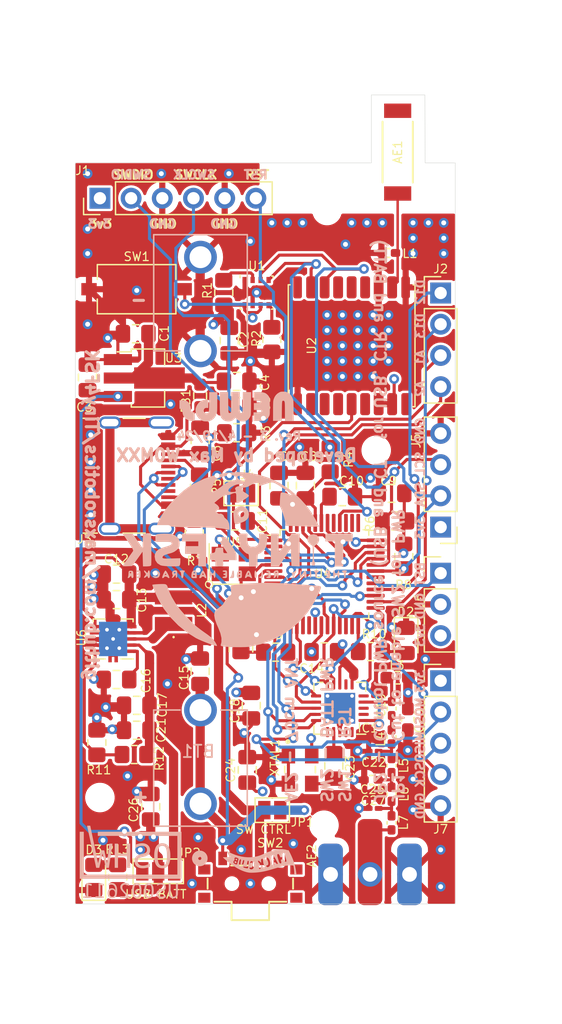
<source format=kicad_pcb>
(kicad_pcb (version 20240108) (generator "pcbnew") (generator_version "8.0")
  (title_block (title "Tiny4FSK"))
  (layers (0 "F.Cu" signal "Sig1.Cu.Front") (1 "In1.Cu" signal "GND.Cu") (2 "In2.Cu" signal "VCC.Cu") (31 "B.Cu" signal "Sig2.Cu.Back") (34 "B.Paste" user) (35 "F.Paste" user) (36 "B.SilkS" user "B.Silkscreen") (37 "F.SilkS" user "F.Silkscreen") (38 "B.Mask" user) (39 "F.Mask" user) (44 "Edge.Cuts" user))
  (net 0 "")
  (net 1 "Earth")
  (net 2 "ANT_GPS")
  (net 3 "Net-(AE2-RF)")
  (net 4 "LDO")
  (net 5 "RF_ANT")
  (net 6 "RF_XO")
  (net 7 "Net-(IC1-XIN)")
  (net 8 "Net-(U5-OUTPUT)")
  (net 9 "BST_IN")
  (net 10 "LIN")
  (net 11 "+3.3V")
  (net 12 "BOOST")
  (net 13 "BATT_SENSE")
  (net 14 "USB")
  (net 15 "Net-(D1-A)")
  (net 16 "Net-(D2-A)")
  (net 21 "GPIO0")
  (net 22 "GPIO1")
  (net 23 "RF_RST")
  (net 24 "SCK")
  (net 25 "MISO")
  (net 26 "MOSI")
  (net 27 "RF_SS")
  (net 31 "SDA")
  (net 32 "SCL")
  (net 33 "SWDIO")
  (net 34 "SWCLK")
  (net 35 "nRST")
  (net 36 "A1")
  (net 37 "A2")
  (net 38 "D6")
  (net 39 "D7")
  (net 40 "D+")
  (net 41 "D-")
  (net 42 "SUCCESS")
  (net 43 "ERROR")
  (net 44 "EXTINT")
  (net 46 "TCXO")
  (net 47 "OPT XOUT")
  (net 48 "Net-(J3-SHIELD)")
  (net 49 "SDN")
  (net 50 "Net-(J3-CC2)")
  (net 52 "Net-(J3-CC1)")
  (net 54 "D13")
  (net 55 "D12")
  (net 56 "Net-(U4-VDDCORE)")
  (net 57 "Net-(U6-VAUX)")
  (net 58 "Net-(C22-Pad1)")
  (net 59 "Net-(C19-Pad2)")
  (net 60 "Net-(C25-Pad1)")
  (net 61 "Net-(C27-Pad1)")
  (net 62 "Net-(U6-L)")
  (net 63 "Net-(U1-CSB)")
  (net 64 "Net-(U1-SDO)")
  (net 65 "Net-(U6-FB)")
  (net 87 "Net-(D3-A)")
  (footprint "Connector_PinHeader_2.54mm:PinHeader_1x05_P2.54mm_Vertical" (layer "F.Cu") (at 167.75 112.75)
    (property "Reference" "J7")
    (property "Value" "SPI")
  )
  (footprint "MountingHole:MountingHole_2.2mm_M2" (layer "F.Cu") (at 158.25 124.5)
    (property "Reference" "H4" (hide yes))
    (property "Value" "MountingHole")
  )
  (footprint "Connector_PinHeader_2.54mm:PinHeader_1x04_P2.54mm_Vertical" (layer "F.Cu") (at 167.75 100.25 180)
    (property "Reference" "J5")
    (property "Value" "I2C")
  )
  (footprint "Capacitor_SMD:C_0805_2012Metric_Pad1.18x1.45mm_HandSolder" (layer "F.Cu") (at 151.137252 88.40064)
    (property "Reference" "C4")
    (property "Value" "100 nF")
  )
  (footprint "MountingHole:MountingHole_2.2mm_M2" (layer "F.Cu") (at 162.5 94)
    (property "Reference" "H2" (hide yes))
    (property "Value" "MountingHole")
  )
  (footprint "Inductor_SMD:L_0402_1005Metric_Pad0.77x0.64mm_HandSolder" (layer "F.Cu") (at 163.75 119.65064 -90)
    (property "Reference" "L5")
    (property "Value" "30 nH")
  )
  (footprint "Capacitor_SMD:C_0805_2012Metric_Pad1.18x1.45mm_HandSolder" (layer "F.Cu") (at 159.737252 97.77564)
    (property "Reference" "C10")
    (property "Value" "1uF")
  )
  (footprint "Oscillator_TCXO:ATXK-H11-E-32.768KHZ-E50-T3" (layer "F.Cu") (at 150.9 109.25 180)
    (property "Reference" "U5")
    (property "Value" "TCXO MCU")
  )
  (footprint "Capacitor_SMD:C_0805_2012Metric_Pad1.18x1.45mm_HandSolder" (layer "F.Cu") (at 144.137252 123 90)
    (property "Reference" "C26")
    (property "Value" "1uF")
  )
  (footprint "Capacitor_SMD:C_0603_1608Metric_Pad1.08x0.95mm_HandSolder" (layer "F.Cu") (at 165.077345 115.883087 90)
    (property "Reference" "C20")
    (property "Value" "100nF")
  )
  (footprint "Jumper:SolderJumper-2_P1.3mm_Open_Pad1.0x1.5mm" (layer "F.Cu") (at 154.037252 123.27564)
    (property "Reference" "JP1")
    (property "Value" "SWITCH_EN")
  )
  (footprint "MountingHole:MountingHole_2.2mm_M2" (layer "F.Cu") (at 140 122.25)
    (property "Reference" "H3" (hide yes))
    (property "Value" "MountingHole")
  )
  (footprint "Capacitor_SMD:C_0805_2012Metric_Pad1.18x1.45mm_HandSolder" (layer "F.Cu") (at 151.137252 90.45064)
    (property "Reference" "C5")
    (property "Value" "100 nF")
  )
  (footprint "Capacitor_SMD:C_0201_0603Metric_Pad0.64x0.40mm_HandSolder" (layer "F.Cu") (at 162.2925 118.48564 180)
    (property "Reference" "C22")
    (property "Value" "15 pF")
  )
  (footprint "MountingHole:MountingHole_2.2mm_M2" (layer "F.Cu") (at 158.5 74.5)
    (property "Reference" "H1" (hide yes))
    (property "Value" "MountingHole")
  )
  (footprint "Capacitor_SMD:C_0805_2012Metric_Pad1.18x1.45mm_HandSolder" (layer "F.Cu") (at 141.35 106.15 180)
    (property "Reference" "C13")
    (property "Value" "100nF")
  )
  (footprint "Inductor_SMD:L_0402_1005Metric_Pad0.77x0.64mm_HandSolder" (layer "F.Cu") (at 163.75 124.31064 -90)
    (property "Reference" "L7")
    (property "Value" "22 nH")
  )
  (footprint "Inductor_SMD:L_0402_1005Metric_Pad0.77x0.64mm_HandSolder" (layer "F.Cu") (at 163.5 77.95064)
    (property "Reference" "L1")
    (property "Value" "33 nH")
  )
  (footprint "Resistor_SMD:R_0805_2012Metric_Pad1.20x1.40mm_HandSolder" (layer "F.Cu") (at 150.087252 81.17564 90)
    (property "Reference" "R1")
    (property "Value" "10k")
  )
  (footprint "Jumper:SolderJumper-2_P1.3mm_Open_Pad1.0x1.5mm" (layer "F.Cu") (at 151.5 97.5 180)
    (property "Reference" "J4")
    (property "Value" "OPTIONAL")
  )
  (footprint "Capacitor_SMD:C_0805_2012Metric_Pad1.18x1.45mm_HandSolder" (layer "F.Cu") (at 158.274752 110.40064 180)
    (property "Reference" "C14")
    (property "Value" "10uF")
  )
  (footprint "Capacitor_SMD:C_0805_2012Metric_Pad1.18x1.45mm_HandSolder" (layer "F.Cu") (at 141.35 104.075 180)
    (property "Reference" "C12")
    (property "Value" "10uF")
  )
  (footprint "Capacitor_SMD:C_0805_2012Metric_Pad1.18x1.45mm_HandSolder" (layer "F.Cu") (at 148.162252 111.97564 90)
    (property "Reference" "C15")
    (property "Value" "1uF")
  )
  (footprint "Package_DFN_QFN:QFN-20-1EP_4x4mm_P0.5mm_EP2.5x2.5mm_ThermalVias" (layer "F.Cu") (at 159.537252 114.98564 180)
    (property "Reference" "IC1")
    (property "Value" "SI4063")
  )
  (footprint "Package_TO_SOT_SMD:SOT-89-3_Handsoldering" (layer "F.Cu") (at 143.912252 88.12564)
    (property "Reference" "U3")
    (property "Value" "Linear Step-Down")
  )
  (footprint "Capacitor_SMD:C_0805_2012Metric_Pad1.18x1.45mm_HandSolder" (layer "F.Cu") (at 150.537252 85.07564 -90)
    (property "Reference" "C2")
    (property "Value" "1uF")
  )
  (footprint "Connector_USB:USB_C_Receptacle_GCT_USB4105-xx-A_16P_TopMnt_Horizontal" (layer "F.Cu") (at 141.887252 96.07064 -90)
    (property "Reference" "J3")
    (property "Value" "USBC")
  )
  (footprint "RF_GPS:ublox_MAX" (layer "F.Cu") (at 160.5 85.5 90)
    (property "Reference" "U2")
    (property "Value" "MAX-M10S")
  )
  (footprint "Resistor_SMD:R_0805_2012Metric_Pad1.20x1.40mm_HandSolder" (layer "F.Cu") (at 164.75 102.62564 90)
    (property "Reference" "R8")
    (property "Value" "1.8k")
  )
  (footprint "Resistor_SMD:R_0805_2012Metric_Pad1.20x1.40mm_HandSolder" (layer "F.Cu") (at 142.8 118.75 180)
    (property "Reference" "R12")
    (property "Value" "5M")
  )
  (footprint "Capacitor_SMD:C_0805_2012Metric_Pad1.18x1.45mm_HandSolder" (layer "F.Cu") (at 159.05 119.675 90)
    (property "Reference" "C23")
    (property "Value" "100 pF")
  )
  (footprint "LED_SMD:LED_0805_2012Metric_Pad1.15x1.40mm_HandSolder" (layer "F.Cu") (at 151.487252 109.40064 -90)
    (property "Reference" "D1")
    (property "Value" "Success")
  )
  (footprint "Capacitor_SMD:C_0805_2012Metric_Pad1.18x1.45mm_HandSolder" (layer "F.Cu") (at 138.987252 88.07564 90)
    (property "Reference" "C3")
    (property "Value" "1uF")
  )
  (footprint "Connector_PinHeader_2.54mm:PinHeader_1x03_P2.54mm_Vertical" (layer "F.Cu") (at 167.75 104)
    (property "Reference" "J6")
    (property "Value" "Power")
  )
  (footprint "Resistor_SMD:R_0805_2012Metric_Pad1.20x1.40mm_HandSolder" (layer "F.Cu") (at 154 85 -90)
    (property "Reference" "R2")
    (property "Value" "10k")
  )
  (footprint "LED_SMD:LED_0805_2012Metric_Pad1.15x1.40mm_HandSolder" (layer "F.Cu") (at 139.5 128.75 90)
    (property "Reference" "D3")
    (property "Value" "Power")
  )
  (footprint "Package_SON:Texas_S-PVSON-N10_ThermalVias" (layer "F.Cu") (at 141.075 109.35 180)
    (property "Reference" "U6")
    (property "Value" "TPS61200DRC")
  )
  (footprint "Connector_PinHeader_2.54mm:PinHeader_1x04_P2.54mm_Vertical" (layer "F.Cu") (at 167.75 81.21)
    (property "Reference" "J2")
    (property "Value" "GPIO")
  )
  (footprint "Resistor_SMD:R_0805_2012Metric_Pad1.20x1.40mm_HandSolder" (layer "F.Cu") (at 164 99.75)
    (property "Reference" "R6")
    (property "Value" "1.8k")
  )
  (footprint "Capacitor_SMD:C_0805_2012Metric_Pad1.18x1.45mm_HandSolder" (layer "F.Cu") (at 154.587252 96.87564 90)
    (property "Reference" "C7")
    (property "Value" "100nF")
  )
  (footprint "Antenna:Antenna_Whip" (layer "F.Cu") (at 162 120.642)
    (property "Reference" "AE2")
    (property "Value" "ANT")
  )
  (footprint "Inductor_SMD:L_0603_1608Metric_Pad1.05x0.95mm_HandSolder" (layer "F.Cu") (at 164.25 112.5 180)
    (property "Reference" "L3")
    (property "Value" "220 nH")
  )
  (footprint "Resistor_SMD:R_0805_2012Metric_Pad1.20x1.40mm_HandSolder" (layer "F.Cu") (at 162.037252 110.37564)
    (property "Reference" "R10")
    (property "Value" "100")
  )
  (footprint "Capacitor_SMD:C_0805_2012Metric_Pad1.18x1.45mm_HandSolder" (layer "F.Cu") (at 152.325 114.775 -90)
    (property "Reference" "C18")
    (property "Value" "100nF")
  )
  (footprint "Resistor_SMD:R_0805_2012Metric_Pad1.20x1.40mm_HandSolder" (layer "F.Cu") (at 154.312252 110.42564)
    (property "Reference" "R9")
    (property "Value" "100")
  )
  (footprint "Capacitor_SMD:C_0805_2012Metric_Pad1.18x1.45mm_HandSolder" (layer "F.Cu") (at 148.162252 93.20064 90)
    (property "Reference" "C6")
    (property "Value" "4.5 nF")
  )
  (footprint "Capacitor_SMD:C_0805_2012Metric_Pad1.18x1.45mm_HandSolder" (layer "F.Cu") (at 152 120 -90)
    (property "Reference" "C24")
    (property "Value" "10 nF")
  )
  (footprint "Package_LGA:Bosch_LGA-8_2.5x2.5mm_P0.65mm_ClockwisePinNumbering" (layer "F.Cu") (at 152.762252 81.17564)
    (property "Reference" "U1")
    (property "Value" "BME280")
  )
  (footprint "LED_SMD:LED_0805_2012Metric_Pad1.15x1.40mm_HandSolder" (layer "F.Cu") (at 164.937252 109.47564 -90)
    (property "Reference" "D2")
    (property "Value" "Error")
  )
  (footprint "Capacitor_SMD:C_0805_2012Metric_Pad1.18x1.45mm_HandSolder" (layer "F.Cu") (at 143 114.75 180)
    (property "Reference" "C17")
    (property "Value" "22uF")
  )
  (footprint "Capacitor_SMD:C_0402_1005Metric_Pad0.74x0.62mm_HandSolder" (layer "F.Cu") (at 162.0925 120.81064 180)
    (property "Reference" "C25")
    (property "Value" "12 pF")
  )
  (footprint "Capacitor_SMD:C_0805_2012Metric_Pad1.18x1.45mm_HandSolder" (layer "F.Cu") (at 142.912252 84.52564)
    (property "Reference" "C1")
    (property "Value" "1uF")
  )
  (footprint "IND_CONT:LPS3015222MRB" (layer "F.Cu") (at 146 107.05 90)
    (property "Reference" "L2")
    (property "Value" "2.2uH" (hide yes))
  )
  (footprint "Connector_PinHeader_2.54mm:PinHeader_1x06_P2.54mm_Vertical" (layer "F.Cu") (at 140 73.5 90)
    (property "Reference" "J1")
    (property "Value" "SWD")
  )
  (footprint "Capacitor_SMD:C_0805_2012Metric_Pad1.18x1.45mm_HandSolder" (layer "F.Cu") (at 163.75 97.5 180)
    (property "Reference" "C9")
    (property "Value" "100nF")
  )
  (footprint "Jumper:SolderJumper-3_P1.3mm_Open_Pad1.0x1.5mm_NumberLabels" (layer "F.Cu") (at 144.75 128.25 180)
    (property "Reference" "JP2")
    (property "Value" "Source")
  )
  (footprint "Inductor_SMD:L_0402_1005Metric_Pad0.77x0.64mm_HandSolder" (layer "F.Cu") (at 163.75 121.98064 -90)
    (property "Reference" "L6")
    (property "Value" "36 nH")
  )
  (footprint "Capacitor_SMD:C_0805_2012Metric_Pad1.18x1.45mm_HandSolder" (layer "F.Cu") (at 151 99.75 180)
    (property "Reference" "C11")
    (property "Value" "100 pF")
  )
  (footprint "OSC:OSC_ECS-TXO-32CSMV-260-AN-TR" (layer "F.Cu") (at 156.3 119.975 -90)
    (property "Reference" "XTAL1")
    (property "Value" "~")
  )
  (footprint "Resistor_SMD:R_0805_2012Metric_Pad1.20x1.40mm_HandSolder" (layer "F.Cu") (at 148.112252 97.00064 90)
    (property "Reference" "R5")
    (property "Value" "5k1")
  )
  (footprint "Resistor_SMD:R_0805_2012Metric_Pad1.20x1.40mm_HandSolder" (layer "F.Cu") (at 158.75 94.75 -90)
    (property "Reference" "R4")
    (property "Value" "220")
  )
  (footprint "Capacitor_SMD:C_0805_2012Metric_Pad1.18x1.45mm_HandSolder" (layer "F.Cu") (at 141.35 112.65 180)
    (property "Reference" "C16")
    (property "Value" "100nF")
  )
  (footprint "Resistor_SMD:R_0805_2012Metric_Pad1.20x1.40mm_HandSolder" (layer "F.Cu") (at 141.445107 128.725573 90)
    (property "Reference" "R13")
    (property "Value" "1k")
  )
  (footprint "Package_QFP:TQFP-48_7x7mm_P0.5mm" (layer "F.Cu") (at 158.287252 104.07564)
    (property "Reference" "U4")
    (property "Value" "ATSAMD21G18A-A")
  )
  (footprint "RF_Antenna_Extended:ANT_1575AT_JOT" (layer "F.Cu") (at 164.25 69.75 90)
    (property "Reference" "AE1")
    (property "Value" "GPS ANT")
  )
  (footprint "SlideSwitch:WS-SLSU_6p7x2p7_WRE" (layer "F.Cu") (at 152.25 129.25 180)
    (property "Reference" "SW2")
    (property "Value" "BATT PWR")
  )
  (footprint "Resistor_SMD:R_0805_2012Metric_Pad1.20x1.40mm_HandSolder" (layer "F.Cu") (at 147.684626 100.710578 90)
    (property "Reference" "R7")
    (property "Value" "5k1")
  )
  (footprint "Capacitor_SMD:C_0805_2012Metric_Pad1.18x1.45mm_HandSolder" (layer "F.Cu") (at 156.737252 96.87564 -90)
    (property "Reference" "C8")
    (property "Value" "100nF")
  )
  (footprint "Capacitor_SMD:C_0805_2012Metric_Pad1.18x1.45mm_HandSolder" (layer "F.Cu") (at 143 116.775 180)
    (property "Reference" "C21")
    (property "Value" "100nF")
  )
  (footprint "Resistor_SMD:R_0805_2012Metric_Pad1.20x1.40mm_HandSolder" (layer "F.Cu") (at 139.75 117.775 90)
    (property "Reference" "R11")
    (property "Value" "900k")
  )
  (footprint "Button_Switch_SMD:SW_Tactile_SPST_NO_Straight_CK_PTS636Sx25SMTRLFS" (layer "F.Cu") (at 142.987252 80.90064)
    (property "Reference" "SW1")
    (property "Value" "RST")
  )
  (footprint "Resistor_SMD:R_0603_1608Metric_Pad0.98x0.95mm_HandSolder" (layer "F.Cu") (at 148.162252 89.57564 90)
    (property "Reference" "FB1")
    (property "Value" "BLM18AG121SN1D")
  )
  (footprint "Inductor_SMD:L_0402_1005Metric_Pad0.77x0.64mm_HandSolder" (layer "F.Cu") (at 163.75 117.32064 -90)
    (property "Reference" "L4")
    (property "Value" "33 nH")
  )
  (footprint "Capacitor_SMD:C_0201_0603Metric_Pad0.64x0.40mm_HandSolder" (layer "F.Cu") (at 162.2925 123.13564 180)
    (property "Reference" "C27")
    (property "Value" "10 pF")
  )
  (footprint "Resistor_SMD:R_0805_2012Metric_Pad1.20x1.40mm_HandSolder" (layer "F.Cu") (at 151.137252 92.57564)
    (property "Reference" "R3")
    (property "Value" "1M")
  )
  (footprint "Capacitor_SMD:C_0402_1005Metric_Pad0.74x0.62mm_HandSolder" (layer "F.Cu") (at 163.76 115.01064 -90)
    (property "Reference" "C19")
    (property "Value" "9.1 pF")
  )
  (footprint "LOGO" (layer "B.Cu") (at 151.25 102.75 180)
    (property "Reference" "G***" (hide yes))
    (property "Value" "LOGO" (hide yes))
  )
  (footprint "LOGO" (layer "B.Cu") (at 151.137252 90.45064 180)
    (property "Reference" "G***" (hide yes))
    (property "Value" "LOGO" (hide yes))
  )
  (footprint "LOGO" (layer "B.Cu") (at 142.5 127.5 180)
    (property "Reference" "G***" (hide yes))
    (property "Value" "LOGO" (hide yes))
  )
  (footprint "LOGO" (layer "B.Cu") (at 153 127.5 180)
    (property "Reference" "G***" (hide yes))
    (property "Value" "LOGO" (hide yes))
  )
  (footprint "BatteryExtended:BAT_BK-82" (layer "B.Cu") (at 148.22 119.19)
    (property "Reference" "BT1")
    (property "Value" "AAA")
  )
  (gr_poly (pts (xy 166.486804 70.624459) (xy 168.938609 70.624459) (xy 168.938609 130.903588) (xy 138 130.903588) (xy 138 70.624459) (xy 162.108832 70.624459) (xy 162.108832 65.096413) (xy 166.465636 65.096413)) (stroke (width 0.035277) (color 79 0 0 1)) (fill none) (layer "Edge.Cuts"))
  (gr_text "+" (at 143.312252 122.75064 0) (layer "B.SilkS") (effects (font (size 1 1) (thickness 0.25) (bold yes)) (justify bottom mirror)))
  (gr_text "SCL" (at 166.5 94 90) (layer "B.SilkS") (effects (font (size 0.7 0.7) (thickness 0.175) (bold yes)) (justify left bottom mirror)))
  (gr_text "GND" (at 166.5 105.5 90) (layer "B.SilkS") (effects (font (size 0.7 0.7) (thickness 0.175) (bold yes)) (justify left bottom mirror)))
  (gr_text "MISO" (at 166.5 116.75 90) (layer "B.SilkS") (effects (font (size 0.7 0.7) (thickness 0.175) (bold yes)) (justify left bottom mirror)))
  (gr_text "SWDIO\n" (at 144.25 72 -0) (layer "B.SilkS") (effects (font (size 0.7 0.7) (thickness 0.175) (bold yes)) (justify left bottom mirror)))
  (gr_text "-" (at 143.162252 82.32564 0) (layer "B.SilkS") (effects (font (size 1 1) (thickness 0.25) (bold yes)) (justify bottom mirror)))
  (gr_text "GND" (at 166.5 121.75 90) (layer "B.SilkS") (effects (font (size 0.7 0.7) (thickness 0.175) (bold yes)) (justify left bottom mirror)))
  (gr_text "3v3" (at 141 76 -0) (layer "B.SilkS") (effects (font (size 0.7 0.7) (thickness 0.175) (bold yes)) (justify left bottom mirror)))
  (gr_text "MOSI" (at 166.5 114 90) (layer "B.SilkS") (effects (font (size 0.7 0.7) (thickness 0.175) (bold yes)) (justify left bottom mirror)))
  (gr_text "JP1 - Cut to enable SW2 for PWR\nJP2 - Control PWR source (USB and CTR for USB, CTR and BATT)\n\nSW1 - RST\nSW2 - BATT PWR\n\nAE2 - 70cm ANT" (at 155.025 122.75 270) (layer "B.SilkS") (effects (font (size 0.9 0.9) (thickness 0.2) (bold yes)) (justify left bottom mirror)))
  (gr_text "Developed by Max W0MXX" (at 151.137252 95 0) (layer "B.SilkS") (effects (font (size 1 1) (thickness 0.25) (bold yes)) (justify bottom mirror)))
  (gr_text "3v3" (at 166.5 99.25 90) (layer "B.SilkS") (effects (font (size 0.7 0.7) (thickness 0.175) (bold yes)) (justify left bottom mirror)))
  (gr_text "A2" (at 166.5 88.25 90) (layer "B.SilkS") (effects (font (size 0.7 0.7) (thickness 0.175) (bold yes)) (justify left bottom mirror)))
  (gr_text "github.com/maxsrobotics/Tiny4FSK" (at 138.75 99.25 270) (layer "B.SilkS") (effects (font (size 1 1) (thickness 0.25) (bold yes)) (justify bottom mirror)))
  (gr_text "RST" (at 153.75 72 -0) (layer "B.SilkS") (effects (font (size 0.7 0.7) (thickness 0.175) (bold yes)) (justify left bottom mirror)))
  (gr_text "A1" (at 166.5 85.75 90) (layer "B.SilkS") (effects (font (size 0.7 0.7) (thickness 0.175) (bold yes)) (justify left bottom mirror)))
  (gr_text "3v3" (at 166.5 108 90) (layer "B.SilkS") (effects (font (size 0.7 0.7) (thickness 0.175) (bold yes)) (justify left bottom mirror)))
  (gr_text "GND" (at 166.5 91.25 90) (layer "B.SilkS") (effects (font (size 0.7 0.7) (thickness 0.175) (bold yes)) (justify left bottom mirror)))
  (gr_text "Rev. 3 - 4/19/24" (at 156.5 93.25 0) (layer "B.SilkS") (effects (font (size 0.7 0.7) (thickness 0.175) (bold yes)) (justify left bottom mirror)))
  (gr_text "D12" (at 166.5 80 90) (layer "B.SilkS") (effects (font (size 0.7 0.7) (thickness 0.175) (bold yes)) (justify left bottom mirror)))
  (gr_text "SDA" (at 166.5 96.5 90) (layer "B.SilkS") (effects (font (size 0.7 0.7) (thickness 0.175) (bold yes)) (justify left bottom mirror)))
  (gr_text "BST" (at 166.5 103 90) (layer "B.SilkS") (effects (font (size 0.7 0.7) (thickness 0.175) (bold yes)) (justify left bottom mirror)))
  (gr_text "GND" (at 146.25 76 -0) (layer "B.SilkS") (effects (font (size 0.7 0.7) (thickness 0.175) (bold yes)) (justify left bottom mirror)))
  (gr_text "3v3" (at 166.5 111.75 90) (layer "B.SilkS") (effects (font (size 0.7 0.7) (thickness 0.175) (bold yes)) (justify left bottom mirror)))
  (gr_text "D13" (at 166.5 82.75 90) (layer "B.SilkS") (effects (font (size 0.7 0.7) (thickness 0.175) (bold yes)) (justify left bottom mirror)))
  (gr_text "GND" (at 151.25 76 -0) (layer "B.SilkS") (effects (font (size 0.7 0.7) (thickness 0.175) (bold yes)) (justify left bottom mirror)))
  (gr_text "SCK" (at 166.5 119.25 90) (layer "B.SilkS") (effects (font (size 0.7 0.7) (thickness 0.175) (bold yes)) (justify left bottom mirror)))
  (gr_text "SWCLK" (at 149.5 72 -0) (layer "B.SilkS") (effects (font (size 0.7 0.7) (thickness 0.175) (bold yes)) (justify left bottom mirror)))
  (gr_text "USB BATT" (at 141.987252 130.52564 0) (layer "F.SilkS") (effects (font (size 0.7 0.7) (thickness 0.1)) (justify left bottom)))
  (gr_text "RST" (at 151.75 72 0) (layer "F.SilkS") (effects (font (size 0.7 0.7) (thickness 0.175) (bold yes)) (justify left bottom)))
  (gr_text "SW CTRL" (at 151 125.25 0) (layer "F.SilkS") (effects (font (size 0.7 0.7) (thickness 0.1)) (justify left bottom)))
  (gr_text "3v3" (at 139 76 0) (layer "F.SilkS") (effects (font (size 0.7 0.7) (thickness 0.175) (bold yes)) (justify left bottom)))
  (gr_text "GND" (at 149 76 0) (layer "F.SilkS") (effects (font (size 0.7 0.7) (thickness 0.175) (bold yes)) (justify left bottom)))
  (gr_text "SWDIO\n" (at 141 72 0) (layer "F.SilkS") (effects (font (size 0.7 0.7) (thickness 0.175) (bold yes)) (justify left bottom)))
  (gr_text "SWCLK" (at 146 72 0) (layer "F.SilkS") (effects (font (size 0.7 0.7) (thickness 0.175) (bold yes)) (justify left bottom)))
  (gr_text "GND" (at 144 76 0) (layer "F.SilkS") (effects (font (size 0.7 0.7) (thickness 0.175) (bold yes)) (justify left bottom)))
  (segment (start 140.825 106.6625) (end 140.3125 106.15) (width 0.75) (layer "F.Cu") (net 1))
  (segment (start 151.5 104.55) (end 152 104.05) (width 0.25) (layer "F.Cu") (net 1))
  (segment (start 161.088756 102.25) (end 161.513116 101.82564) (width 0.25) (layer "F.Cu") (net 1))
  (segment (start 165.077345 118.410863) (end 165.077345 116.745587) (width 0.75) (layer "F.Cu") (net 1))
  (segment (start 153.312252 91.40064) (end 153.124752 91.40064) (width 0.25) (layer "F.Cu") (net 1))
  (segment (start 149.137252 95.21314) (end 149.137252 96.97564) (width 0.25) (layer "F.Cu") (net 1))
  (segment (start 158.537252 100.576984) (end 158.537252 99.91314) (width 0.25) (layer "F.Cu") (net 1))
  (segment (start 159.799589 101.450411) (end 159.799589 101.299589) (width 0.25) (layer "F.Cu") (net 1))
  (segment (start 152.25 88.375392) (end 152.199752 88.42564) (width 0.25) (layer "F.Cu") (net 1))
  (segment (start 153.6375 118.925) (end 154.25 118.925) (width 0.25) (layer "F.Cu") (net 1))
  (segment (start 152.174752 88.40064) (end 152.25 88.325392) (width 0.25) (layer "F.Cu") (net 1))
  (segment (start 141 116.7) (end 141.8875 116.7) (width 0.75) (layer "F.Cu") (net 1))
  (segment (start 161.513116 101.82564) (end 162.449752 101.82564) (width 0.25) (layer "F.Cu") (net 1))
  (segment (start 139.378619 105.075) (end 140.3125 105.075) (width 0.75) (layer "F.Cu") (net 1))
  (segment (start 141.874752 83.66314) (end 139.112252 80.90064) (width 0.5) (layer "F.Cu") (net 1))
  (segment (start 147.11186 110.88814) (end 148.112252 110.88814) (width 0.75) (layer "F.Cu") (net 1))
  (segment (start 154.25 121.125) (end 153.95 120.825) (width 0.25) (layer "F.Cu") (net 1))
  (segment (start 143.924752 121.75) (end 144.137252 121.9625) (width 0.75) (layer "F.Cu") (net 1))
  (segment (start 152 118.9625) (end 154.2125 118.9625) (width 0.25) (layer "F.Cu") (net 1))
  (segment (start 151.5 106) (end 151.5 104.55) (width 0.25) (layer "F.Cu") (net 1))
  (segment (start 152.375392 90.25) (end 156.1 90.25) (width 0.25) (layer "F.Cu") (net 1))
  (segment (start 149.137252 96.97564) (end 148.112252 98.00064) (width 0.25) (layer "F.Cu") (net 1))
  (segment (start 146.5 101) (end 146.5 99.813388) (width 0.25) (layer "F.Cu") (net 1))
  (segment (start 140.475 114.9) (end 141.8125 114.9) (width 0.75) (layer "F.Cu") (net 1))
  (segment (start 153.17436 103.32564) (end 154.124752 103.32564) (width 0.25) (layer "F.Cu") (net 1))
  (segment (start 139.5 106.075) (end 140.2375 106.075) (width 0.75) (layer "F.Cu") (net 1))
  (segment (start 150.537252 86.11314) (end 153.88686 86.11314) (width 0.75) (layer "F.Cu") (net 1))
  (segment (start 155.25 118.925) (end 155.35 118.825) (width 0.25) (layer "F.Cu") (net 1))
  (segment (start 139.399752 86.62564) (end 141.462252 86.62564) (width 0.25) (layer "F.Cu") (net 1))
  (segment (start 154.2125 118.9625) (end 154.25 118.925) (width 0.25) (layer "F.Cu") (net 1))
  (segment (start 152.45 104.05) (end 153.17436 103.32564) (width 0.25) (layer "F.Cu") (net 1))
  (segment (start 152.25 88.325392) (end 152.25 86.113388) (width 0.25) (layer "F.Cu") (net 1))
  (segment (start 157.237252 110.40064) (end 157.237252 110.25064) (width 0.25) (layer "F.Cu") (net 1))
  (segment (start 140.3125 106.15) (end 140.3125 105.075) (width 0.75) (layer "F.Cu") (net 1))
  (segment (start 159.37564 100.87564) (end 158.835908 100.87564) (width 0.25) (layer "F.Cu") (net 1))
  (segment (start 161.8475 118.44814) (end 161 118.44814) (width 0.25) (layer "F.Cu") (net 1))
  (segment (start 141.462252 86.62564) (end 141.462252 84.93814) (width 0.25) (layer "F.Cu") (net 1))
  (segment (start 156.25 93.75) (end 156.737252 94.237252) (width 0.25) (layer "F.Cu") (net 1))
  (segment (start 160.5 102.25) (end 161.088756 102.25) (width 0.25) (layer "F.Cu") (net 1))
  (segment (start 151.75 117) (end 152.325 116.425) (width 0.25) (layer "F.Cu") (net 1))
  (segment (start 148.162252 94.23814) (end 149.137252 95.21314) (width 0.25) (layer "F.Cu") (net 1))
  (segment (start 139.5 104.137299) (end 140.250201 104.137299) (width 0.75) (layer "F.Cu") (net 1))
  (segment (start 140.3125 105.075) (end 140.3125 104.075) (width 0.75) (layer "F.Cu") (net 1))
  (segment (start 152.437252 81.22564) (end 151.787252 80.57564) (width 0.25) (layer "F.Cu") (net 1))
  (segment (start 158.835908 100.87564) (end 158.537252 100.576984) (width 0.25) (layer "F.Cu") (net 1))
  (segment (start 145.75 90.25) (end 146.637252 91.137252) (width 0.25) (layer "F.Cu") (net 1))
  (segment (start 155.35 118.825) (end 155.35 121.125) (width 0.25) (layer "F.Cu") (net 1))
  (segment (start 140.637252 84.87564) (end 141.524752 84.87564) (width 0.25) (layer "F.Cu") (net 1))
  (segment (start 151.75 92.962892) (end 152.137252 92.57564) (width 0.25) (layer "F.Cu") (net 1))
  (segment (start 146.5 99.813388) (end 145.962252 99.27564) (width 0.25) (layer "F.Cu") (net 1))
  (segment (start 152.325 116.425) (end 152.325 115.8125) (width 0.25) (layer "F.Cu") (net 1))
  (segment (start 141.9625 114.75) (end 141.9625 116.775) (width 0.5) (layer "F.Cu") (net 1))
  (segment (start 155.35 121.125) (end 154.25 121.125) (width 0.25) (layer "F.Cu") (net 1))
  (segment (start 158.037252 109.041325) (end 158.037252 108.23814) (width 0.25) (layer "F.Cu") (net 1))
  (segment (start 161.525 120.81064) (end 160.689178 120.81064) (width 0.25) (layer "F.Cu") (net 1))
  (segment (start 159.799589 101.450411) (end 159.799589 101.549589) (width 0.25) (layer "F.Cu") (net 1))
  (segment (start 140.825 107.72) (end 140.825 106.6625) (width 0.75) (layer "F.Cu") (net 1))
  (segment (start 163.762252 108.40064) (end 164.887252 108.40064) (width 0.75) (layer "F.Cu") (net 1))
  (segment (start 157.237252 109.841325) (end 158.037252 109.041325) (width 0.25) (layer "F.Cu") (net 1))
  (segment (start 146.637252 91.137252) (end 146.637252 92.07564) (width 0.25) (layer "F.Cu") (net 1))
  (segment (start 148.162252 86.25064) (end 148.162252 78.63064) (width 0.75) (layer "F.Cu") (net 1))
  (segment (start 162.7125 97.5) (end 162.43686 97.77564) (width 0.25) (layer "F.Cu") (net 1))
  (segment (start 141.874752 84.52564) (end 141.874752 83.66314) (width 0.5) (layer "F.Cu") (net 1))
  (segment (start 143 121.75) (end 143.924752 121.75) (width 0.75) (layer "F.Cu") (net 1))
  (segment (start 153.124752 91.40064) (end 152.174752 90.45064) (width 0.25) (layer "F.Cu") (net 1))
  (segment (start 152.174752 90.45064) (end 152.174752 88.40064) (width 0.25) (layer "F.Cu") (net 1))
  (segment (start 159.799589 101.299589) (end 159.37564 100.87564) (width 0.25) (layer "F.Cu") (net 1))
  (segment (start 153.88686 86.11314) (end 154 86) (width 0.75) (layer "F.Cu") (net 1))
  (segment (start 141.012252 109.40064) (end 141.737252 109.40064) (width 0.25) (layer "F.Cu") (net 1))
  (segment (start 151.787252 80.57564) (end 151.787252 80.15064) (width 0.25) (layer "F.Cu") (net 1))
  (segment (start 159.537252 116.92314) (end 159.537252 114.98564) (width 0.2) (layer "F.Cu") (net 1))
  (segment (start 159.799589 101.549589) (end 160.5 102.25) (width 0.25) (layer "F.Cu") (net 1))
  (segment (start 161.8725 123.12314) (end 161.088244 123.12314) (width 0.25) (layer "F.Cu") (net 1))
  (segment (start 153.6375 120.5125) (end 153.6375 118.925) (width 0.25) (layer "F.Cu") (net 1))
  (segment (start 146.637252 92.07564) (end 145.842252 92.87064) (width 0.25) (layer "F.Cu") (net 1))
  (segment (start 152.174752 90.45064) (end 152.375392 90.25) (width 0.25) (layer "F.Cu") (net 1))
  (segment (start 162.43686 97.77564) (end 160.774752 97.77564) (width 0.25) (layer "F.Cu") (net 1))
  (segment (start 150.474752 94.23814) (end 152.137252 92.57564) (width 0.25) (layer "F.Cu") (net 1))
  (segment (start 152.25 86.75) (end 152.25 88.375392) (width 0.25) (layer "F.Cu") (net 1))
  (segment (start 140.825 107.72) (end 141.325 107.72) (width 0.75) (layer "F.Cu") (net 1))
  (segment (start 139.5 112.6) (end 140.2625 112.6) (width 0.75) (layer "F.Cu") (net 1))
  (segment (start 156.737252 94.237252) (end 156.737252 95.83814) (width 0.25) (layer "F.Cu") (net 1))
  (segment (start 152.25 86.113388) (end 152.174752 86.03814) (width 0.25) (layer "F.Cu") (net 1))
  (segment (start 152.437252 82.20064) (end 152.437252 81.22564) (width 0.25) (layer "F.Cu") (net 1))
  (segment (start 148.162252 94.23814) (end 150.474752 94.23814) (width 0.25) (layer "F.Cu") (net 1))
  (segment (start 152 104.05) (end 152.45 104.05) (width 0.25) (layer "F.Cu") (net 1))
  (segment (start 152.75 109) (end 152.12564 108.37564) (width 0.25) (layer "F.Cu") (net 1))
  (segment (start 152.137252 92.57564) (end 152.137252 90.48814) (width 0.25) (layer "F.Cu") (net 1))
  (segment (start 147 111) (end 147.11186 110.88814) (width 0.75) (layer "F.Cu") (net 1))
  (segment (start 139.75 116.775) (end 139.75 115.75) (width 0.75) (layer "F.Cu") (net 1))
  (segment (start 153.95 120.825) (end 153.6375 120.5125) (width 0.25) (layer "F.Cu") (net 1))
  (segment (start 152.12564 108.37564) (end 151.487252 108.37564) (width 0.25) (layer "F.Cu") (net 1))
  (segment (start 139.6 109.35) (end 139.6 109.85) (width 0.25) (layer "F.Cu") (net 1))
  (segment (start 154.587252 95.83814) (end 156.737252 95.83814) (width 0.25) (layer "F.Cu") (net 1))
  (segment (start 154.25 118.925) (end 155.25 118.925) (width 0.25) (layer "F.Cu") (net 1))
  (via (at 152.25 129.25) (size 0.8) (drill 0.4) (layers "F.Cu" "B.Cu") (net 1))
  (via (at 161 118.44814) (size 0.8) (drill 0.4) (layers "F.Cu" "B.Cu") (net 1))
  (via (at 145.5 113) (size 0.8) (drill 0.4) (layers "F.Cu" "B.Cu") (net 1))
  (via (at 161 85.5) (size 0.8) (drill 0.4) (layers "F.Cu" "B.Cu") (net 1))
  (via (at 159.75 86.75) (size 0.8) (drill 0.4) (layers "F.Cu" "B.Cu") (net 1))
  (via (at 145 71.5) (size 0.8) (drill 0.4) (layers "F.Cu" "B.Cu") (net 1))
  (via (at 139.5 106.075) (size 0.8) (drill 0.4) (layers "F.Cu" "B.Cu") (net 1))
  (via (at 163.5 86.75) (size 0.8) (drill 0.4) (layers "F.Cu" "B.Cu") (net 1))
  (via (at 152.25 86.75) (size 0.8) (drill 0.4) (layers "F.Cu" "B.Cu") (net 1))
  (via (at 167.75 126.5) (size 0.8) (drill 0.4) (layers "F.Cu" "B.Cu") (net 1))
  (via (at 162.024377 96.249072) (size 0.8) (drill 0.4) (layers "F.Cu" "B.Cu") (net 1))
  (via (at 163 75.5) (size 0.8) (drill 0.4) (layers "F.Cu" "B.Cu") (net 1))
  (via (at 144.5 104) (size 0.8) (drill 0.4) (layers "F.Cu" "B.Cu") (net 1))
  (via (at 161.75 75.5) (size 0.8) (drill 0.4) (layers "F.Cu" "B.Cu") (net 1))
  (via (at 165.5 78) (size 0.8) (drill 0.4) (layers "F.Cu" "B.Cu") (net 1))
  (via (at 161 86.75) (size 0.8) (drill 0.4) (layers "F.Cu" "B.Cu") (net 1))
  (via (at 152.762252 81.17564) (size 0.8) (drill 0.4) (layers "F.Cu" "B.Cu") (net 1))
  (via (at 139.25 99.25) (size 0.8) (drill 0.4) (layers "F.Cu" "B.Cu") (net 1))
  (via (at 143 121.75) (size 0.8) (drill 0.4) (layers "F.Cu" "B.Cu") (net 1))
  (via (at 160.5 75.5) (size 0.8) (drill 0.4) (layers "F.Cu" "B.Cu") (net 1))
  (via (at 155.25 75.5) (size 0.8) (drill 0.4) (layers "F.Cu" "B.Cu") (net 1))
  (via (at 158.5 83) (size 0.8) (drill 0.4) (layers "F.Cu" "B.Cu") (net 1))
  (via (at 165.5 76.75) (size 0.8) (drill 0.4) (layers "F.Cu" "B.Cu") (net 1))
  (via (at 159.75 83) (size 0.8) (drill 0.4) (layers "F.Cu" "B.Cu") (net 1))
  (via (at 162.25 84.25) (size 0.8) (drill 0.4) (layers "F.Cu" "B.Cu") (net 1))
  (via (at 157.237252 110.40064) (size 0.8) (drill 0.4) (layers "F.Cu" "B.Cu") (net 1))
  (via (at 140.25 125.725) (size 0.8) (drill 0.4) (layers "F.Cu" "B.Cu") (net 1))
  (via (at 163.5 85.5) (size 0.8) (drill 0.4) (layers "F.Cu" "B.Cu") (net 1))
  (via (at 139.378619 105.075) (size 0.8) (drill 0.4) (layers "F.Cu" "B.Cu") (net 1))
  (via (at 158.5 88) (size 0.8) (drill 0.4) (layers "F.Cu" "B.Cu") (net 1))
  (via (at 145.75 90.25) (size 0.8) (drill 0.4) (layers "F.Cu" "B.Cu") (net 1))
  (via (at 166.5 111) (size 0.8) (drill 0.4) (layers "F.Cu" "B.Cu") (net 1))
  (via (at 161 83) (size 0.8) (drill 0.4) (layers "F.Cu" "B.Cu") (net 1))
  (via (at 159.75 84.25) (size 0.8) (drill 0.4) (layers "F.Cu" "B.Cu") (net 1))
  (via (at 139.5 104.137299) (size 0.8) (drill 0.4) (layers "F.Cu" "B.Cu") (net 1))
  (via (at 139 76) (size 0.8) (drill 0.4) (layers "F.Cu" "B.Cu") (net 1))
  (via (at 168 76.75) (size 0.8) (drill 0.4) (layers "F.Cu" "B.Cu") (net 1))
  (via (at 153.312252 91.40064) (size 0.8) (drill 0.4) (layers "F.Cu" "B.Cu") (net 1))
  (via (at 139.75 115.75) (size 0.8) (drill 0.4) (layers "F.Cu" "B.Cu") (net 1))
  (via (at 161 84.25) (size 0.8) (drill 0.4) (layers "F.Cu" "B.Cu") (net 1))
  (via (at 153.95 120.825) (size 0.8) (drill 0.4) (layers "F.Cu" "B.Cu") (net 1))
  (via (at 165.077345 118.410863) (size 0.8) (drill 0.4) (layers "F.Cu" "B.Cu") (net 1))
  (via (at 154 75.5) (size 0.8) (drill 0.4) (layers "F.Cu" "B.Cu") (net 1))
  (via (at 158.5 84.25) (size 0.8) (drill 0.4) (layers "F.Cu" "B.Cu") (net 1))
  (via (at 168 75.5) (size 0.8) (drill 0.4) (layers "F.Cu" "B.Cu") (net 1))
  (via (at 163.5 83) (size 0.8) (drill 0.4) (layers "F.Cu" "B.Cu") (net 1))
  (via (at 158.5 86.75) (size 0.8) (drill 0.4) (layers "F.Cu" "B.Cu") (net 1))
  (via (at 152.75 109) (size 0.8) (drill 0.4) (layers "F.Cu" "B.Cu") (net 1))
  (via (at 139 71.5) (size 0.8) (drill 0.4) (layers "F.Cu" "B.Cu") (net 1))
  (via (at 162.25 85.5) (size 0.8) (drill 0.4) (layers "F.Cu" "B.Cu") (net 1))
  (via (at 143 81) (size 0.8) (drill 0.4) (layers "F.Cu" "B.Cu") (net 1))
  (via (at 159.799589 101.450411) (size 0.8) (drill 0.4) (layers "F.Cu" "B.Cu") (net 1))
  (via (at 139 83.75) (size 0.8) (drill 0.4) (layers "F.Cu" "B.Cu") (net 1))
  (via (at 163.5 84.25) (size 0.8) (drill 0.4) (layers "F.Cu" "B.Cu") (net 1))
  (via (at 147 111) (size 0.8) (drill 0.4) (layers "F.Cu" "B.Cu") (net 1))
  (via (at 139.25 95) (size 0.8) (drill 0.4) (layers "F.Cu" "B.Cu") (net 1))
  (via (at 162.25 83) (size 0.8) (drill 0.4) (layers "F.Cu" "B.Cu") (net 1))
  (via (at 160.689178 120.81064) (size 0.8) (drill 0.4) (layers "F.Cu" "B.Cu") (net 1))
  (via (at 160 77.25) (size 0.8) (drill 0.4) (layers "F.Cu" "B.Cu") (net 1))
  (via (at 168 78) (size 0.8) (drill 0.4) (layers "F.Cu" "B.Cu") (net 1))
  (via (at 161 88) (size 0.8) (drill 0.4) (layers "F.Cu" "B.Cu") (net 1))
  (via (at 167.75 129.5) (size 0.8) (drill 0.4) (layers "F.Cu" "B.Cu") (net 1))
  (via (at 162.25 86.75) (size 0.8) (drill 0.4) (layers "F.Cu" "B.Cu") (net 1))
  (via (at 140.475 114.9) (size 0.8) (drill 0.4) (layers "F.Cu" "B.Cu") (net 1))
  (via (at 140.637252 84.87564) (size 0.8) (drill 0.4) (layers "F.Cu" "B.Cu") (net 1))
  (via (at 156.5 75.5) (size 0.8) (drill 0.4) (layers "F.Cu" "B.Cu") (net 1))
  (via (at 161.088244 123.12314) (size 0.8) (drill 0.4) (layers "F.Cu" "B.Cu") (net 1))
  (via (at 158.5 85.5) (size 0.8) (drill 0.4) (layers "F.Cu" "B.Cu") (net 1))
  (via (at 165.5 75.5) (size 0.8) (drill 0.4) (layers "F.Cu" "B.Cu") (net 1))
  (via (at 147.5 129.25) (size 0.8) (drill 0.4) (layers "F.Cu" "B.Cu") (net 1))
  (via (at 156.25 93.75) (size 0.8) (drill 0.4) (layers "F.Cu" "B.Cu") (net 1))
  (via (at 146.5 101) (size 0.8) (drill 0.4) (layers "F.Cu" "B.Cu") (net 1))
  (via (at 159.75 88) (size 0.8) (drill 0.4) (layers "F.Cu" "B.Cu") (net 1))
  (via (at 163.762252 108.40064) (size 0.8) (drill 0.4) (layers "F.Cu" "B.Cu") (net 1))
  (via (at 139 78) (size 0.8) (drill 0.4) (layers "F.Cu" "B.Cu") (net 1))
  (via (at 149.537252 96.05064) (size 0.8) (drill 0.4) (layers "F.Cu" "B.Cu") (net 1))
  (via (at 141 116.7) (size 0.8) (drill 0.4) (layers "F.Cu" "B.Cu") (net 1))
  (via (at 139.25 97.25) (size 0.8) (drill 0.4) (layers "F.Cu" "B.Cu") (net 1))
  (via (at 151.75 117) (size 0.8) (drill 0.4) (layers "F.Cu" "B.Cu") (net 1))
  (via (at 151.5 106) (size 0.8) (drill 0.4) (layers "F.Cu" "B.Cu") (net 1))
  (via (at 151.5 126.5) (size 0.8) (drill 0.4) (layers "F.Cu" "B.Cu") (net 1))
  (via (at 166.75 75.5) (size 0.8) (drill 0.4) (layers "F.Cu" "B.Cu") (net 1))
  (via (at 162.25 88) (size 0.8) (drill 0.4) (layers "F.Cu" "B.Cu") (net 1))
  (via (at 165.5 120.75) (size 0.8) (drill 0.4) (layers "F.Cu" "B.Cu") (net 1))
  (via (at 148 125.5) (size 0.8) (drill 0.4) (layers "F.Cu" "B.Cu") (net 1))
  (via (at 153.95 120.825) (size 0.8) (drill 0.4) (layers "F.Cu" "B.Cu") (net 1))
  (via (at 159.75 85.5) (size 0.8) (drill 0.4) (layers "F.Cu" "B.Cu") (net 1))
  (via (at 148 103.75) (size 0.8) (drill 0.4) (layers "F.Cu" "B.Cu") (net 1))
  (via (at 150.5 71.5) (size 0.8) (drill 0.4) (layers "F.Cu" "B.Cu") (net 1))
  (via (at 139.25 92.75) (size 0.8) (drill 0.4) (layers "F.Cu" "B.Cu") (net 1))
  (via (at 142.25 120.5) (size 0.8) (drill 0.4) (layers "F.Cu" "B.Cu") (net 1))
  (via (at 165.5 123.25) (size 0.8) (drill 0.4) (layers "F.Cu" "B.Cu") (net 1))
  (via (at 139.5 112.6) (size 0.8) (drill 0.4) (layers "F.Cu" "B.Cu") (net 1))
  (via (at 152.25 77) (size 0.8) (drill 0.4) (layers "F.Cu" "B.Cu") (net 1))
  (via (at 155.75 126) (size 0.8) (drill 0.4) (layers "F.Cu" "B.Cu") (net 1))
  (segment (start 164.25 80.3) (end 163.8 80.75) (width 0.2) (layer "F.Cu") (net 2))
  (segment (start 164.25 73.1155) (end 164.25 80.3) (width 0.2) (layer "F.Cu") (net 2))
  (segment (start 162 125.5) (end 162 127.5) (width 0.25) (layer "F.Cu") (net 3))
  (segment (start 163.75 124.88314) (end 162.61686 124.88314) (width 0.25) (layer "F.Cu") (net 3))
  (segment (start 162.61686 124.88314) (end 162 125.5) (width 0.25) (layer "F.Cu") (net 3))
  (segment (start 138.987252 89.11314) (end 139.499752 89.62564) (width 0.75) (layer "F.Cu") (net 4))
  (segment (start 139.499752 89.62564) (end 141.462252 89.62564) (width 0.75) (layer "F.Cu") (net 4))
  (segment (start 142.5 125.5) (end 142 125) (width 0.25) (layer "F.Cu") (net 4))
  (segment (start 142.5 127.3799) (end 142.5 125.5) (width 0.25) (layer "F.Cu") (net 4))
  (segment (start 143.45 128.25) (end 143.3701 128.25) (width 0.25) (layer "F.Cu") (net 4))
  (segment (start 143.3701 128.25) (end 142.5 127.3799) (width 0.25) (layer "F.Cu") (net 4))
  (via (at 142 125) (size 0.8) (drill 0.4) (layers "F.Cu" "B.Cu") (net 4))
  (via (at 141.462252 89.62564) (size 0.8) (drill 0.4) (layers "F.Cu" "B.Cu") (net 4))
  (segment (start 142 125) (end 139.125 125) (width 0.25) (layer "B.Cu") (net 4))
  (segment (start 138.462252 124.337252) (end 138.462252 90.90064) (width 0.25) (layer "B.Cu") (net 4))
  (segment (start 138.462252 90.90064) (end 139.737252 89.62564) (width 0.25) (layer "B.Cu") (net 4))
  (segment (start 139.125 125) (end 138.462252 124.337252) (width 0.25) (layer "B.Cu") (net 4))
  (segment (start 139.737252 89.62564) (end 141.462252 89.62564) (width 0.25) (layer "B.Cu") (net 4))
  (segment (start 163.76 112.885) (end 163.375 112.5) (width 0.25) (layer "F.Cu") (net 5))
  (segment (start 163.76 114.44314) (end 163.76 112.885) (width 0.25) (layer "F.Cu") (net 5))
  (segment (start 161.474752 114.48564) (end 163.7175 114.48564) (width 0.25) (layer "F.Cu") (net 5))
  (segment (start 163.7175 114.48564) (end 163.76 114.44314) (width 0.25) (layer "F.Cu") (net 5))
  (segment (start 157.25 121.125) (end 158.6375 121.125) (width 0.25) (layer "F.Cu") (net 6))
  (segment (start 158.6375 121.125) (end 159.05 120.7125) (width 0.25) (layer "F.Cu") (net 6))
  (segment (start 159.05 118.6375) (end 159.05 116.935888) (width 0.25) (layer "F.Cu") (net 7))
  (segment (start 159.05 116.935888) (end 159.037252 116.92314) (width 0.25) (layer "F.Cu") (net 7))
  (segment (start 149.9625 100.4125) (end 152 102.45) (width 0.25) (layer "F.Cu") (net 8))
  (segment (start 149.9625 99.75) (end 149.9625 100.4125) (width 0.25) (layer "F.Cu") (net 8))
  (segment (start 139.6 108.35) (end 139.6 108.85) (width 0.25) (layer "F.Cu") (net 9))
  (segment (start 147.72 105.97) (end 146 105.97) (width 0.75) (layer "F.Cu") (net 9))
  (segment (start 153.000001 123.30064) (end 153.000001 127.200474) (width 0.75) (layer "F.Cu") (net 9))
  (segment (start 142.55 106.3125) (end 142.55 108.135) (width 0.75) (layer "F.Cu") (net 9))
  (segment (start 150.25 121.775) (end 150.25 114.263492) (width 0.75) (layer "F.Cu") (net 9))
  (segment (start 151.762252 123.30064) (end 153.000001 123.30064) (width 0.75) (layer "F.Cu") (net 9))
  (segment (start 151.787252 123.27564) (end 151.762252 123.30064) (width 0.75) (layer "F.Cu") (net 9))
  (segment (start 150.25 114.263492) (end 149.662252 113.675744) (width 0.75) (layer "F.Cu") (net 9))
  (segment (start 138.653619 106.903076) (end 138.653619 103.596381) (width 0.25) (layer "F.Cu") (net 9))
  (segment (start 138.653619 103.596381) (end 139.5 102.75) (width 0.25) (layer "F.Cu") (net 9))
  (segment (start 141.0625 102.75) (end 142.3875 104.075) (width 0.25) (layer "F.Cu") (net 9))
  (segment (start 139.5 102.75) (end 141.0625 102.75) (width 0.25) (layer "F.Cu") (net 9))
  (segment (start 149.662252 107.912252) (end 147.72 105.97) (width 0.75) (layer "F.Cu") (net 9))
  (segment (start 139.6 108.35) (end 139.6 107.849457) (width 0.25) (layer "F.Cu") (net 9))
  (segment (start 139.6 107.849457) (end 138.653619 106.903076) (width 0.25) (layer "F.Cu") (net 9))
  (segment (start 149.662252 113.675744) (end 149.662252 107.912252) (width 0.75) (layer "F.Cu") (net 9))
  (segment (start 153.387252 123.27564) (end 151.787252 123.27564) (width 0.75) (layer "F.Cu") (net 9))
  (segment (start 142.3875 106.15) (end 142.3875 104.075) (width 0.75) (layer "F.Cu") (net 9))
  (segment (start 146 105.97) (end 142.5675 105.97) (width 0.75) (layer "F.Cu") (net 9))
  (segment (start 151.762252 123.287252) (end 150.25 121.775) (width 0.75) (layer "F.Cu") (net 9))
  (segment (start 151.762252 123.30064) (end 151.762252 123.287252) (width 0.75) (layer "F.Cu") (net 9))
  (segment (start 141.549752 88.12564) (end 147.624752 88.12564) (width 0.75) (layer "F.Cu") (net 10))
  (segment (start 142.962252 88.12564) (end 142.980432 88.12564) (width 0.25) (layer "F.Cu") (net 10))
  (segment (start 143.949752 86.88814) (end 142.712252 88.12564) (width 0.75) (layer "F.Cu") (net 10))
  (segment (start 142.712252 88.12564) (end 141.549752 88.12564) (width 0.75) (layer "F.Cu") (net 10))
  (segment (start 148.337252 88.48814) (end 150.012252 88.48814) (width 0.25) (layer "F.Cu") (net 10))
  (segment (start 143.949752 84.52564) (end 143.949752 86.88814) (width 0.75) (layer "F.Cu") (net 10))
  (segment (start 147.624752 88.12564) (end 148.162252 88.66314) (width 0.75) (layer "F.Cu") (net 10))
  (segment (start 149.237252 83.77564) (end 150.087252 82.92564) (width 0.75) (layer "F.Cu") (net 11))
  (segment (start 144.137252 125.22564) (end 144.362252 125.45064) (width 0.25) (layer "F.Cu") (net 11))
  (segment (start 150.087252 82.92564) (end 150.087252 82.17564) (width 0.75) (layer "F.Cu") (net 11))
  (segment (start 155.687252 97.91314) (end 154.587252 97.91314) (width 0.25) (layer "F.Cu") (net 11))
  (segment (start 159.537252 113.04814) (end 159.537252 111.67564) (width 0.25) (layer "F.Cu") (net 11))
  (segment (start 164.7875 99.5375) (end 164.7875 97.5) (width 0.25) (layer "F.Cu") (net 11))
  (segment (start 144.262252 125.35064) (end 144.362252 125.45064) (width 0.25) (layer "F.Cu") (net 11))
  (segment (start 141.445107 129.725573) (end 141.469534 129.75) (width 0.75) (layer "F.Cu") (net 11))
  (segment (start 153.25 121.75) (end 152.7125 121.75) (width 0.25) (layer "F.Cu") (net 11))
  (segment (start 160.896027 101.467577) (end 161.037964 101.32564) (width 0.25) (layer "F.Cu") (net 11))
  (segment (start 144.424375 125.512763) (end 144.362252 125.45064) (width 0.25) (layer "F.Cu") (net 11))
  (segment (start 144.35 129.75) (end 144.75 129.35) (width 0.75) (layer "F.Cu") (net 11))
  (segment (start 160.674752 111.979866) (end 160.674752 112.371579) (width 0.75) (layer "F.Cu") (net 11))
  (segment (start 153.087252 82.55064) (end 152.837252 82.80064) (width 0.25) (layer "F.Cu") (net 11))
  (segment (start 163.962252 88.20064) (end 163.962252 90.087748) (width 0.25) (layer "F.Cu") (net 11))
  (segment (start 165 99.75) (end 164.7875 99.5375) (width 0.25) (layer "F.Cu") (net 11))
  (segment (start 144.424375 126.562763) (end 143.287252 125.42564) (width 0.75) (layer "F.Cu") (net 11))
  (segment (start 141.469534 129.75) (end 144.35 129.75) (width 0.75) (layer "F.Cu") (net 11))
  (segment (start 144.75 127.101739) (end 144.424375 126.776114) (width 0.75) (layer "F.Cu") (net 11))
  (segment (start 152.7125 121.75) (end 152 121.0375) (width 0.25) (layer "F.Cu") (net 11))
  (segment (start 150.537252 84.03814) (end 150.537252 82.62564) (width 0.75) (layer "F.Cu") (net 11))
  (segment (start 143.287252 126.50064) (end 143.287252 125.42564) (width 0.75) (layer "F.Cu") (net 11))
  (segment (start 151.1 113.7) (end 152.2975 113.7) (width 0.75) (layer "F.Cu") (net 11))
  (segment (start 143.362252 125.35064) (end 144.262252 125.35064) (width 0.75) (layer "F.Cu") (net 11))
  (segment (start 157.537252 107.18762) (end 157.537252 108.23814) (width 0.25) (layer "F.Cu") (net 11))
  (segment (start 164.75 101.62564) (end 164.75 100) (width 0.25) (layer "F.Cu") (net 11))
  (segment (start 165.077345 112.547655) (end 165.125 112.5) (width 0.75) (layer "F.Cu") (net 11))
  (segment (start 161.037964 101.32564) (end 162.449752 101.32564) (width 0.25) (layer "F.Cu") (net 11))
  (segment (start 149.75 101.25) (end 149.75 102.5) (width 0.25) (layer "F.Cu") (net 11))
  (segment (start 160.845873 101.467577) (end 160.896027 101.467577) (width 0.25) (layer "F.Cu") (net 11))
  (segment (start 162.7 90.25) (end 163.8 90.25) (width 0.5) (layer "F.Cu") (net 11))
  (segment (start 159.953889 111.259003) (end 160.674752 111.979866) (width 0.75) (layer "F.Cu") (net 11))
  (segment (start 152.837252 82.80064) (end 151.987252 82.80064) (width 0.25) (layer "F.Cu") (net 11))
  (segment (start 159.537252 111.67564) (end 159.953889 111.259003) (width 0.25) (layer "F.Cu") (net 11))
  (segment (start 153.025 104.225) (end 153.42436 103.82564) (width 0.25) (layer "F.Cu") (net 11))
  (segment (start 143.287252 125.42564) (end 143.362252 125.35064) (width 0.75) (layer "F.Cu") (net 11))
  (segment (start 151.987252 82.80064) (end 151.787252 82.60064) (width 0.25) (layer "F.Cu") (net 11))
  (segment (start 151.787252 82.60064) (end 151.787252 82.20064) (width 0.25) (layer "F.Cu") (net 11))
  (segment (start 158.687252 95.77564) (end 156.737252 97.72564) (width 0.25) (layer "F.Cu") (net 11))
  (segment (start 149.75 104) (end 149.8 104.05) (width 0.25) (layer "F.Cu") (net 11))
  (segment (start 157.53662 107.186988) (end 157.537252 107.18762) (width 0.25) (layer "F.Cu") (net 11))
  (segment (start 156.737252 97.91314) (end 155.687252 97.91314) (width 0.25) (layer "F.Cu") (net 11))
  (segment (start 153.42436 103.82564) (end 154.124752 103.82564) (width 0.25) (layer "F.Cu") (net 11))
  (segment (start 157.537252 98.71314) (end 156.737252 97.91314) (width 0.25) (layer "F.Cu") (net 11))
  (segment (start 150.537252 82.62564) (end 150.087252 82.17564) (width 0.75) (layer "F.Cu") (net 11))
  (segment (start 157.25 117.475) (end 157.2 117.425) (width 0.25) (layer "F.Cu") (net 11))
  (segment (start 157.25 118.825) (end 157.25 117.475) (width 0.25) (layer "F.Cu") (net 11))
  (segment (start 143.287252 126.50064) (end 144.148901 126.50064) (width 0.75) (layer "F.Cu") (net 11))
  (segment (start 155.687252 98.40064) (end 155.687252 97.91314) (width 0.25) (layer "F.Cu") (net 11))
  (segment (start 159.312252 110.40064) (end 159.762252 109.77564) (width 0.75) (layer "F.Cu") (net 11))
  (segment (start 157.537252 99.91314) (end 157.537252 98.71314) (width 0.25) (layer "F.Cu") (net 11))
  (segment (start 153.025 104.975) (end 153.025 104.225) (width 0.25) (layer "F.Cu") (net 11))
  (segment (start 163.962252 90.087748) (end 163.8 90.25) (width 0.25) (layer "F.Cu") (net 11))
  (segment (start 144.424375 126.776114) (end 144.424375 125.512763) (width 0.75) (layer "F.Cu") (net 11))
  (segment (start 152.5 105.5) (end 153.025 104.975) (width 0.25) (layer "F.Cu") (net 11))
  (segment (start 149.8 102.45) (end 149.8 104.05) (width 0.25) (layer "F.Cu") (net 11))
  (segment (start 153.087252 82.20064) (end 153.087252 82.55064) (width 0.25) (layer "F.Cu") (net 11))
  (segment (start 149.75 101.25) (end 149.75 104) (width 0.25) (layer "F.Cu") (net 11))
  (segment (start 164.75 100) (end 165 99.75) (width 0.25) (layer "F.Cu") (net 11))
  (segment (start 159.312252 110.617366) (end 159.953889 111.259003) (width 0.75) (layer "F.Cu") (net 11))
  (segment (start 165.077345 115.020587) (end 165.077345 112.547655) (width 0.75) (layer "F.Cu") (net 11))
  (segment (start 144.75 129.35) (end 144.75 128.25) (width 0.75) (layer "F.Cu") (net 11))
  (segment (start 151.787252 82.20064) (end 150.112252 82.20064) (width 0.25) (layer "F.Cu") (net 11))
  (segment (start 144.75 128.25) (end 144.75 127.101739) (width 0.75) (layer "F.Cu") (net 11))
  (segment (start 144.148901 126.50064) (end 144.424375 126.776114) (width 0.25) (layer "F.Cu") (net 11))
  (segment (start 144.137252 124.0375) (end 144.137252 125.22564) (width 0.75) (layer "F.Cu") (net 11))
  (via (at 143.287252 125.42564) (size 0.8) (drill 0.4) (layers "F.Cu" "B.Cu") (net 11))
  (via (at 143.287252 126.50064) (size 0.8) (drill 0.4) (layers "F.Cu" "B.Cu") (net 11))
  (via (at 163.962252 88.20064) (size 0.8) (drill 0.4) (layers "F.Cu" "B.Cu") (net 11))
  (via (at 157.53662 107.186988) (size 0.8) (drill 0.4) (layers "F.Cu" "B.Cu") (net 11))
  (via (at 157.2 117.425) (size 0.8) (drill 0.4) (layers "F.Cu" "B.Cu") (net 11))
  (via (at 155.687252 98.40064) (size 0.8) (drill 0.4) (layers "F.Cu" "B.Cu") (net 11))
  (via (at 152.437252 83.22564) (size 0.8) (drill 0.4) (layers "F.Cu" "B.Cu") (net 11))
  (via (at 164.725 102.37564) (size 0.8) (drill 0.4) (layers "F.Cu" "B.Cu") (net 11))
  (via (at 149.75 101.25) (size 0.8) (drill 0.4) (layers "F.Cu" "B.Cu") (net 11))
  (via (at 165.103723 113.720039) (size 0.8) (drill 0.4) (layers "F.Cu" "B.Cu") (net 11))
  (via (at 152.5 105.5) (size 0.8) (drill 0.4) (layers "F.Cu" "B.Cu") (net 11))
  (via (at 151.1 113.7) (size 0.8) (drill 0.4) (layers "F.Cu" "B.Cu") (net 11))
  (via (at 144.362252 125.45064) (size 0.8) (drill 0.4) (layers "F.Cu" "B.Cu") (net 11))
  (via (at 153.25 121.75) (size 0.8) (drill 0.4) (layers "F.Cu" "B.Cu") (net 11))
  (via (at 159.762252 109.77564) (size 0.8) (drill 0.4) (layers "F.Cu" "B.Cu") (net 11))
  (via (at 160.845873 101.467577) (size 0.8) (drill 0.4) (layers "F.Cu" "B.Cu") (net 11))
  (via (at 149.237252 83.77564) (size 0.8) (drill 0.4) (layers "F.Cu" "B.Cu") (net 11))
  (segment (start 146 128.2) (end 146.05 128.25) (width 0.75) (layer "F.Cu") (net 12))
  (segment (start 144.0375 116.775) (end 146 118.7375) (width 0.75) (layer "F.Cu") (net 12))
  (segment (start 146.05 128.25) (end 145.936612 128.25) (width 0.75) (layer "F.Cu") (net 12))
  (segment (start 143.186396 109.85) (end 144.0375 110.701104) (width 0.25) (layer "F.Cu") (net 12))
  (segment (start 144.0375 111.325) (end 144.0375 110.701104) (width 0.75) (layer "F.Cu") (net 12))
  (segment (start 144.0375 116.775) (end 144.0375 118.5125) (width 0.75) (layer "F.Cu") (net 12))
  (segment (start 146 118.7375) (end 146 128.2) (width 0.75) (layer "F.Cu") (net 12))
  (segment (start 144.0375 111.325) (end 144.0375 114.75) (width 0.75) (layer "F.Cu") (net 12))
  (segment (start 142.55 109.85) (end 143.186396 109.85) (width 0.25) (layer "F.Cu") (net 12))
  (segment (start 144.0375 114.75) (end 144.0375 116.775) (width 0.75) (layer "F.Cu") (net 12))
  (segment (start 151.262348 112.275736) (end 150.362252 111.37564) (width 0.25) (layer "F.Cu") (net 13))
  (segment (start 150 124.613388) (end 150 125.75) (width 0.75) (layer "F.Cu") (net 13))
  (segment (start 148.162252 115.46464) (end 148.162252 113.01314) (width 0.75) (layer "F.Cu") (net 13))
  (segment (start 155.574829 103.775) (end 155.574829 103.111873) (width 0.25) (layer "F.Cu") (net 13))
  (segment (start 148.162252 123.08464) (end 148.162252 115.46464) (width 0.75) (layer "F.Cu") (net 13))
  (segment (start 151.262348 112.512348) (end 151.262348 112.275736) (width 0.25) (layer "F.Cu") (net 13))
  (segment (start 150.362252 106.52569) (end 149.537254 105.700692) (width 0.25) (layer "F.Cu") (net 13))
  (segment (start 155.574829 103.111873) (end 154.788596 102.32564) (width 0.25) (layer "F.Cu") (net 13))
  (segment (start 148.471252 123.08464) (end 150 124.613388) (width 0.75) (layer "F.Cu") (net 13))
  (segment (start 154.687252 123.27564) (end 156.637252 123.27564) (width 0.75) (layer "F.Cu") (net 13))
  (segment (start 149.537254 105.700692) (end 149.537254 105.25) (width 0.25) (layer "F.Cu") (net 13))
  (segment (start 154.788596 102.32564) (end 154.124752 102.32564) (width 0.25) (layer "F.Cu") (net 13))
  (segment (start 150 125.75) (end 149.999999 127.200474) (width 0.25) (layer "F.Cu") (net 13))
  (segment (start 150.362252 111.37564) (end 150.362252 106.52569) (width 0.25) (layer "F.Cu") (net 13))
  (via (at 156.637252 123.27564) (size 0.8) (drill 0.4) (layers "F.Cu" "B.Cu") (net 13))
  (via (at 151.262348 112.512348) (size 0.8) (drill 0.4) (layers "F.Cu" "B.Cu") (net 13))
  (via (at 149.537254 105.25) (size 0.8) (drill 0.4) (layers "F.Cu" "B.Cu") (net 13))
  (via (at 155.574829 103.775) (size 0.8) (drill 0.4) (layers "F.Cu" "B.Cu") (net 13))
  (via (at 150 125.75) (size 0.8) (drill 0.4) (layers "F.Cu" "B.Cu") (net 13))
  (segment (start 150.537892 125.75) (end 153.012252 123.27564) (width 0.75) (layer "B.Cu") (net 13))
  (segment (start 161.585415 103.835415) (end 162.75 105) (width 0.25) (layer "B.Cu") (net 13))
  (segment (start 155.849829 103.5) (end 158.209564 103.5) (width 0.25) (layer "B.Cu") (net 13))
  (segment (start 150.375 125.375) (end 150.375 113.399695) (width 0.25) (layer "B.Cu") (net 13))
  (segment (start 152.613604 107) (end 155.574829 104.038775) (width 0.25) (layer "B.Cu") (net 13))
  (segment (start 158.809564 104.1) (end 158.998714 104.1) (width 0.25) (layer "B.Cu") (net 13))
  (segment (start 162.75 105) (end 166.75 105) (width 0.25) (layer "B.Cu") (net 13))
  (segment (start 150.5 107) (end 152.613604 107) (width 0.25) (layer "B.Cu") (net 13))
  (segment (start 150.375 113.399695) (end 151.262348 112.512348) (width 0.25) (layer "B.Cu") (net 13))
  (segment (start 158.209564 103.5) (end 158.809564 104.1) (width 0.25) (layer "B.Cu") (net 13))
  (segment (start 150 125.75) (end 150.375 125.375) (width 0.25) (layer "B.Cu") (net 13))
  (segment (start 150 125.75) (end 150.537892 125.75) (width 0.75) (layer "B.Cu") (net 13))
  (segment (start 155.574829 103.775) (end 155.849829 103.5) (width 0.25) (layer "B.Cu") (net 13))
  (segment (start 153.012252 123.27564) (end 156.637252 123.27564) (width 0.75) (layer "B.Cu") (net 13))
  (segment (start 149.537254 105.25) (end 149.537254 106.037254) (width 0.25) (layer "B.Cu") (net 13))
  (segment (start 158.998714 104.1) (end 159.263299 103.835415) (width 0.25) (layer "B.Cu") (net 13))
  (segment (start 159.263299 103.835415) (end 161.585415 103.835415) (width 0.25) (layer "B.Cu") (net 13))
  (segment (start 149.537254 106.037254) (end 150.5 107) (width 0.25) (layer "B.Cu") (net 13))
  (segment (start 155.574829 104.038775) (end 155.574829 103.775) (width 0.25) (layer "B.Cu") (net 13))
  (segment (start 166.75 105) (end 167.75 104) (width 0.25) (layer "B.Cu") (net 13))
  (segment (start 143.312252 96.790691) (end 143.312252 95.350589) (width 0.25) (layer "F.Cu") (net 14))
  (segment (start 147.087252 93.19064) (end 146.602252 93.67564) (width 0.25) (layer "F.Cu") (net 14))
  (segment (start 148.162252 90.48814) (end 150.062252 90.48814) (width 0.75) (layer "F.Cu") (net 14))
  (segment (start 145.567252 98.47064) (end 144.992201 98.47064) (width 0.25) (layer "F.Cu") (net 14))
  (segment (start 147.087252 91.487467) (end 148.086579 90.48814) (width 0.25) (layer "F.Cu") (net 14))
  (segment (start 144.992201 98.47064) (end 143.312252 96.790691) (width 0.25) (layer "F.Cu") (net 14))
  (segment (start 146.602252 93.67564) (end 146.597252 93.67064) (width 0.25) (layer "F.Cu") (net 14))
  (segment (start 146.597252 93.67064) (end 145.567252 93.67064) (width 0.25) (layer "F.Cu") (net 14))
  (segment (start 147.087252 91.487467) (end 147.087252 93.19064) (width 0.25) (layer "F.Cu") (net 14))
  (segment (start 143.312252 95.350589) (end 144.992201 93.67064) (width 0.25) (layer "F.Cu") (net 14))
  (segment (start 144.992201 93.67064) (end 145.567252 93.67064) (width 0.25) (layer "F.Cu") (net 14))
  (segment (start 153.312252 110.42564) (end 151.487252 110.42564) (width 0.25) (layer "F.Cu") (net 15))
  (segment (start 163.037252 110.37564) (end 164.812252 110.37564) (width 0.25) (layer "F.Cu") (net 16))
  (segment (start 160.835908 107.27564) (end 160.537252 107.574296) (width 0.25) (layer "F.Cu") (net 21))
  (segment (start 161.238596 107.27564) (end 160.835908 107.27564) (width 0.25) (layer "F.Cu") (net 21))
  (segment (start 159.037252 112.5859) (end 159.037252 113.04814) (width 0.25) (layer "F.Cu") (net 21))
  (segment (start 160.537252 107.574296) (end 160.537252 108.23814) (width 0.25) (layer "F.Cu") (net 21))
  (segment (start 158.781598 112.330246) (end 159.037252 112.5859) (width 0.25) (layer "F.Cu") (net 21))
  (segment (start 162 108.25) (end 162 108.037044) (width 0.25) (layer "F.Cu") (net 21))
  (segment (start 162 108.037044) (end 161.238596 107.27564) (width 0.25) (layer "F.Cu") (net 21))
  (segment (start 158.781598 111.781598) (end 158.781598 112.330246) (width 0.25) (layer "F.Cu") (net 21))
  (via (at 162 108.25) (size 0.8) (drill 0.4) (layers "F.Cu" "B.Cu") (net 21))
  (via (at 158.781598 111.781598) (size 0.8) (drill 0.4) (layers "F.Cu" "B.Cu") (net 21))
  (segment (start 162 108.25) (end 162 108.563196) (width 0.25) (layer "B.Cu") (net 21))
  (segment (start 162 108.563196) (end 158.781598 111.781598) (width 0.25) (layer "B.Cu") (net 21))
  (segment (start 156.037252 109.287252) (end 156.037252 108.23814) (width 0.25) (layer "F.Cu") (net 22))
  (segment (start 157.5 112.75) (end 158.239112 112.75) (width 0.25) (layer "F.Cu") (net 22))
  (segment (start 158.239112 112.75) (end 158.537252 113.04814) (width 0.25) (layer "F.Cu") (net 22))
  (segment (start 156.324752 111.175248) (end 156.324752 109.574752) (width 0.25) (layer "F.Cu") (net 22))
  (segment (start 155.75 111.75) (end 156.324752 111.175248) (width 0.25) (layer "F.Cu") (net 22))
  (segment (start 156.324752 109.574752) (end 156.037252 109.287252) (width 0.25) (layer "F.Cu") (net 22))
  (via (at 157.5 112.75) (size 0.8) (drill 0.4) (layers "F.Cu" "B.Cu") (net 22))
  (via (at 155.75 111.75) (size 0.8) (drill 0.4) (layers "F.Cu" "B.Cu") (net 22))
  (segment (start 156.5 111.75) (end 155.75 111.75) (width 0.25) (layer "B.Cu") (net 22))
  (segment (start 156.5 111.75) (end 157.5 112.75) (width 0.25) (layer "B.Cu") (net 22))
  (segment (start 156.75 113.581123) (end 157.195235 113.581123) (width 0.25) (layer "F.Cu") (net 23))
  (segment (start 154.25 108.613388) (end 153.862252 108.22564) (width 0.25) (layer "F.Cu") (net 23))
  (segment (start 155.2995 112.75) (end 154.25 111.7005) (width 0.25) (layer "F.Cu") (net 23))
  (segment (start 154.25 111.7005) (end 154.25 108.613388) (width 0.25) (layer "F.Cu") (net 23))
  (segment (start 157.195235 113.581123) (end 157.599752 113.98564) (width 0.25) (layer "F.Cu") (net 23))
  (segment (start 153.862252 107.08814) (end 154.124752 106.82564) (width 0.25) (layer "F.Cu") (net 23))
  (segment (start 153.862252 108.22564) (end 153.862252 107.08814) (width 0.25) (layer "F.Cu") (net 23))
  (via (at 155.2995 112.75) (size 0.8) (drill 0.4) (layers "F.Cu" "B.Cu") (net 23))
  (via (at 156.75 113.581123) (size 0.8) (drill 0.4) (layers "F.Cu" "B.Cu") (net 23))
  (segment (start 155.2995 112.75) (end 155.918877 112.75) (width 0.25) (layer "B.Cu") (net 23))
  (segment (start 155.918877 112.75) (end 156.75 113.581123) (width 0.25) (layer "B.Cu") (net 23))
  (segment (start 158.25 111.020492) (end 158.25 109.75) (width 0.25) (layer "F.Cu") (net 24))
  (segment (start 156 113.224695) (end 157.199695 112.025) (width 0.25) (layer "F.Cu") (net 24))
  (segment (start 157.245492 112.025) (end 158.25 111.020492) (width 0.25) (layer "F.Cu") (net 24))
  (segment (start 158.25 109.75) (end 159.037252 108.962748) (width 0.25) (layer "F.Cu") (net 24))
  (segment (start 157.599752 114.48564) (end 156.456704 114.48564) (width 0.25) (layer "F.Cu") (net 24))
  (segment (start 159.037252 108.962748) (end 159.037252 108.23814) (width 0.25) (layer "F.Cu") (net 24))
  (segment (start 156 114.028936) (end 156 113.224695) (width 0.25) (layer "F.Cu") (net 24))
  (segment (start 156.456704 114.48564) (end 156 114.028936) (width 0.25) (layer "F.Cu") (net 24))
  (segment (start 166.242696 113.906179) (end 166.242696 118.862696) (width 0.25) (layer "F.Cu") (net 24))
  (segment (start 159.036768 106.910415) (end 159.037252 106.910899) (width 0.25) (layer "F.Cu") (net 24))
  (segment (start 166.242696 118.862696) (end 167.75 120.37) (width 0.25) (layer "F.Cu") (net 24))
  (segment (start 157.199695 112.025) (end 157.245492 112.025) (width 0.25) (layer "F.Cu") (net 24))
  (segment (start 159.037252 106.910899) (end 159.037252 108.23814) (width 0.25) (layer "F.Cu") (net 24))
  (segment (start 166.338201 113.810674) (end 166.242696 113.906179) (width 0.25) (layer "F.Cu") (net 24))
  (via (at 166.338201 113.810674) (size 0.8) (drill 0.4) (layers "F.Cu" "B.Cu") (net 24))
  (via (at 159.036768 106.910415) (size 0.8) (drill 0.4) (layers "F.Cu" "B.Cu") (net 24))
  (segment (start 166.25 113.5) (end 163 110.25) (width 0.25) (layer "B.Cu") (net 24))
  (segment (start 166.338201 113.810674) (end 166.25 113.722473) (width 0.25) (layer "B.Cu") (net 24))
  (segment (start 163 110.25) (end 163 108.224695) (width 0.25) (layer "B.Cu") (net 24))
  (segment (start 166.25 113.722473) (end 166.25 113.5) (width 0.25) (layer "B.Cu") (net 24))
  (segment (start 162.300305 107.525) (end 159.651353 107.525) (width 0.25) (layer "B.Cu") (net 24))
  (segment (start 163 108.224695) (end 162.300305 107.525) (width 0.25) (layer "B.Cu") (net 24))
  (segment (start 159.651353 107.525) (end 159.036768 106.910415) (width 0.25) (layer "B.Cu") (net 24))
  (segment (start 167.46 120.08) (end 167.75 120.37) (width 0.25) (layer "B.Cu") (net 24))
  (segment (start 159.961191 107.026701) (end 159.812252 107.17564) (width 0.25) (layer "F.Cu") (net 25))
  (segment (start 155.1745 115.025) (end 155.21386 114.98564) (width 0.25) (layer "F.Cu") (net 25))
  (segment (start 155.21386 114.98564) (end 157.599752 114.98564) (width 0.25) (layer "F.Cu") (net 25))
  (segment (start 159.796567 107.17564) (end 159.537252 107.434955) (width 0.25) (layer "F.Cu") (net 25))
  (segment (start 159.961191 106.52904) (end 159.961191 107.026701) (width 0.25) (layer "F.Cu") (net 25))
  (segment (start 159.812252 107.17564) (end 159.796567 107.17564) (width 0.25) (layer "F.Cu") (net 25))
  (segment (start 152.75 117.5) (end 155.675 117.5) (width 0.25) (layer "F.Cu") (net 25))
  (segment (start 155.675 117.5) (end 155.75 117.425) (width 0.25) (layer "F.Cu") (net 25))
  (segment (start 159.537252 107.434955) (end 159.537252 108.23814) (width 0.25) (layer "F.Cu") (net 25))
  (via (at 159.961191 106.52904) (size 0.8) (drill 0.4) (layers "F.Cu" "B.Cu") (net 25))
  (via (at 152.75 117.5) (size 0.8) (drill 0.4) (layers "F.Cu" "B.Cu") (net 25))
  (via (at 155.75 117.425) (size 0.8) (drill 0.4) (layers "F.Cu" "B.Cu") (net 25))
  (via (at 155.1745 115.025) (size 0.8) (drill 0.4) (layers "F.Cu" "B.Cu") (net 25))
  (segment (start 155.487252 110.012748) (end 154.575 110.925) (width 0.25) (layer "B.Cu") (net 25))
  (segment (start 164.391177 118.75) (end 161.723445 118.75) (width 0.25) (layer "B.Cu") (net 25))
  (segment (start 158.30951 106.185415) (end 158.032937 106.461988) (width 0.25) (layer "B.Cu") (net 25))
  (segment (start 166.444137 119.135863) (end 164.77704 119.135863) (width 0.25) (layer "B.Cu") (net 25))
  (segment (start 154.575 114.4255) (end 155.1745 115.025) (width 0.25) (layer "B.Cu") (net 25))
  (segment (start 154.575 110.925) (end 154.575 114.4255) (width 0.25) (layer "B.Cu") (net 25))
  (segment (start 155.75 115.6005) (end 155.1745 115.025) (width 0.25) (layer "B.Cu") (net 25))
  (segment (start 160.016798 106.473433) (end 160.016798 106.338288) (width 0.25) (layer "B.Cu") (net 25))
  (segment (start 155.75 117.425) (end 155.75 115.6005) (width 0.25) (layer "B.Cu") (net 25))
  (segment (start 159.961191 106.52904) (end 160.016798 106.473433) (width 0.25) (layer "B.Cu") (net 25))
  (segment (start 164.77704 119.135863) (end 164.391177 118.75) (width 0.25) (layer "B.Cu") (net 25))
  (segment (start 155.487252 108.012748) (end 155.487252 110.012748) (width 0.25) (layer "B.Cu") (net 25))
  (segment (start 159.961191 106.52904) (end 159.617566 106.185415) (width 0.25) (layer "B.Cu") (net 25))
  (segment (start 167.75 117.83) (end 166.444137 119.135863) (width 0.25) (layer "B.Cu") (net 25))
  (segment (start 161.300305 119.17314) (end 154.42314 119.17314) (width 0.25) (layer "B.Cu") (net 25))
  (segment (start 157.038012 106.461988) (end 155.487252 108.012748) (width 0.25) (layer "B.Cu") (net 25))
  (segment (start 161.723445 118.75) (end 161.300305 119.17314) (width 0.25) (layer "B.Cu") (net 25))
  (segment (start 159.617566 106.185415) (end 158.30951 106.185415) (width 0.25) (layer "B.Cu") (net 25))
  (segment (start 154.42314 119.17314) (end 152.75 117.5) (width 0.25) (layer "B.Cu") (net 25))
  (segment (start 158.032937 106.461988) (end 157.038012 106.461988) (width 0.25) (layer "B.Cu") (net 25))
  (segment (start 157.139244 115.48564) (end 157.599752 115.48564) (width 0.25) (layer "F.Cu") (net 26))
  (segment (start 158.262252 106.750417) (end 158.262252 107.299296) (width 0.25) (layer "F.Cu") (net 26))
  (segment (start 156.624884 116) (end 157.139244 115.48564) (width 0.25) (layer "F.Cu") (net 26))
  (segment (start 157.25 105.25) (end 158.25 106.25) (width 0.25) (layer "F.Cu") (net 26))
  (segment (start 158.537252 107.574296) (end 158.537252 108.23814) (width 0.25) (layer "F.Cu") (net 26))
  (segment (start 158.25 106.738165) (end 158.262252 106.750417) (width 0.25) (layer "F.Cu") (net 26))
  (segment (start 158.25 106.25) (end 158.25 106.738165) (width 0.25) (layer "F.Cu") (net 26))
  (segment (start 158.262252 107.299296) (end 158.537252 107.574296) (width 0.25) (layer "F.Cu") (net 26))
  (segment (start 153.69423 115.267779) (end 154.426451 116) (width 0.25) (layer "F.Cu") (net 26))
  (segment (start 154.426451 116) (end 156.624884 116) (width 0.25) (layer "F.Cu") (net 26))
  (via (at 157.25 105.25) (size 0.8) (drill 0.4) (layers "F.Cu" "B.Cu") (net 26))
  (via (at 153.69423 115.267779) (size 0.8) (drill 0.4) (layers "F.Cu" "B.Cu") (net 26))
  (segment (start 153.69423 117.19423) (end 153.69423 115.267779) (width 0.25) (layer "B.Cu") (net 26))
  (segment (start 154.587252 109.475945) (end 153.675 110.388197) (width 0.25) (layer "B.Cu") (net 26))
  (segment (start 167.75 115.29) (end 167.75 115.760697) (width 0.25) (layer "B.Cu") (net 26))
  (segment (start 153.675 115.248549) (end 153.69423 115.267779) (width 0.25) (layer "B.Cu") (net 26))
  (segment (start 167.75 115.760697) (end 166.087557 117.42314) (width 0.25) (layer "B.Cu") (net 26))
  (segment (start 164.57686 117.42314) (end 164 118) (width 0.25) (layer "B.Cu") (net 26))
  (segment (start 158.1 118.15) (end 154.65 118.15) (width 0.25) (layer "B.Cu") (net 26))
  (segment (start 154.65 118.15) (end 153.69423 117.19423) (width 0.25) (layer "B.Cu") (net 26))
  (segment (start 162.019417 118) (end 161.742557 117.72314) (width 0.25) (layer "B.Cu") (net 26))
  (segment (start 157.25 105.25) (end 156.75 105.25) (width 0.25) (layer "B.Cu") (net 26))
  (segment (start 164 118) (end 162.019417 118) (width 0.25) (layer "B.Cu") (net 26))
  (segment (start 154.587252 107.412748) (end 154.587252 109.475945) (width 0.25) (layer "B.Cu") (net 26))
  (segment (start 161.742557 117.72314) (end 158.52686 117.72314) (width 0.25) (layer "B.Cu") (net 26))
  (segment (start 166.087557 117.42314) (end 164.57686 117.42314) (width 0.25) (layer "B.Cu") (net 26))
  (segment (start 153.675 110.388197) (end 153.675 115.248549) (width 0.25) (layer "B.Cu") (net 26))
  (segment (start 158.52686 117.72314) (end 158.1 118.15) (width 0.25) (layer "B.Cu") (net 26))
  (segment (start 156.75 105.25) (end 154.587252 107.412748) (width 0.25) (layer "B.Cu") (net 26))
  (segment (start 161.222634 105.82564) (end 162.449752 105.82564) (width 0.25) (layer "F.Cu") (net 27))
  (segment (start 154.611825 116.575) (end 157.010392 116.575) (width 0.25) (layer "F.Cu") (net 27))
  (segment (start 157.010392 116.575) (end 157.571492 116.0139) (width 0.25) (layer "F.Cu") (net 27))
  (segment (start 154.462325 116.7245) (end 154.611825 116.575) (width 0.25) (layer "F.Cu") (net 27))
  (segment (start 161.167693 105.880581) (end 161.222634 105.82564) (width 0.25) (layer "F.Cu") (net 27))
  (via (at 154.462325 116.7245) (size 0.8) (drill 0.4) (layers "F.Cu" "B.Cu") (net 27))
  (via (at 161.167693 105.880581) (size 0.8) (drill 0.4) (layers "F.Cu" "B.Cu") (net 27))
  (segment (start 160.345589 105.735415) (end 158.123114 105.735415) (width 0.25) (layer "B.Cu") (net 27))
  (segment (start 155.037252 109.687748) (end 154.125 110.6) (width 0.25) (layer "B.Cu") (net 27))
  (segment (start 154.41923 116.681405) (end 154.462325 116.7245) (width 0.25) (layer "B.Cu") (net 27))
  (segment (start 156.75 106) (end 155.037252 107.712748) (width 0.25) (layer "B.Cu") (net 27))
  (segment (start 154.125 110.6) (end 154.125 114.673244) (width 0.25) (layer "B.Cu") (net 27))
  (segment (start 160.490755 105.880581) (end 160.345589 105.735415) (width 0.25) (layer "B.Cu") (net 27))
  (segment (start 154.41923 114.967474) (end 154.41923 116.681405) (width 0.25) (layer "B.Cu") (net 27))
  (segment (start 155.037252 107.712748) (end 155.037252 109.687748) (width 0.25) (layer "B.Cu") (net 27))
  (segment (start 161.167693 105.880581) (end 160.490755 105.880581) (width 0.25) (layer "B.Cu") (net 27))
  (segment (start 154.125 114.673244) (end 154.41923 114.967474) (width 0.25) (layer "B.Cu") (net 27))
  (segment (start 157.858529 106) (end 156.75 106) (width 0.25) (layer "B.Cu") (net 27))
  (segment (start 158.123114 105.735415) (end 157.858529 106) (width 0.25) (layer "B.Cu") (net 27))
  (segment (start 159.223597 79.278399) (end 158.3 80.201996) (width 0.25) (layer "F.Cu") (net 31))
  (segment (start 159.223597 79.278399) (end 158.070838 78.12564) (width 0.25) (layer "F.Cu") (net 31))
  (segment (start 158.070838 78.12564) (end 154.612252 78.12564) (width 0.25) (layer "F.Cu") (net 31))
  (segment (start 161.474881 79.278399) (end 159.223597 79.278399) (width 0.25) (layer "F.Cu") (net 31))
  (segment (start 161.50328 79.25) (end 161.474881 79.278399) (width 0.25) (layer "F.Cu") (net 31))
  (segment (start 154.612252 78.12564) (end 153.087252 79.65064) (width 0.25) (layer "F.Cu") (net 31))
  (segment (start 162.449752 103.82564) (end 164.55 103.82564) (width 0.25) (layer "F.Cu") (net 31))
  (segment (start 164.55 103.82564) (end 164.75 103.62564) (width 0.25) (layer "F.Cu") (net 31))
  (segment (start 158.3 80.201996) (end 158.3 80.75) (width 0.25) (layer "F.Cu") (net 31))
  (segment (start 153.087252 79.65064) (end 153.087252 80.15064) (width 0.25) (layer "F.Cu") (net 31))
  (via (at 161.50328 79.25) (size 0.8) (drill 0.4) (layers "F.Cu" "B.Cu") (net 31))
  (via (at 164.75 103.62564) (size 0.8) (drill 0.4) (layers "F.Cu" "B.Cu") (net 31))
  (segment (start 164.25 95) (end 164.75 95.5) (width 0.25) (layer "B.Cu") (net 31))
  (segment (start 163.373833 95) (end 164.25 95) (width 0.25) (layer "B.Cu") (net 31))
  (segment (start 161.075 95.325) (end 163.048833 95.325) (width 0.25) (layer "B.Cu") (net 31))
  (segment (start 157.641819 79.85818) (end 157.641819 91.005423) (width 0.25) (layer "B.Cu") (net 31))
  (segment (start 158.25 79.25) (end 157.641819 79.85818) (width 0.25) (layer "B.Cu") (net 31))
  (segment (start 161.50328 79.25) (end 158.25 79.25) (width 0.25) (layer "B.Cu") (net 31))
  (segment (start 157.641819 91.005423) (end 159.9 93.263604) (width 0.25) (layer "B.Cu") (net 31))
  (segment (start 163.048833 95.325) (end 163.373833 95) (width 0.25) (layer "B.Cu") (net 31))
  (segment (start 166 99.46) (end 167.75 97.71) (width 0.25) (layer "B.Cu") (net 31))
  (segment (start 166 102.37564) (end 166 99.46) (width 0.25) (layer "B.Cu") (net 31))
  (segment (start 159.9 94.15) (end 161.075 95.325) (width 0.25) (layer "B.Cu") (net 31))
  (segment (start 164.75 103.62564) (end 166 102.37564) (width 0.25) (layer "B.Cu") (net 31))
  (segment (start 165.96 97.71) (end 167.75 97.71) (width 0.25) (layer "B.Cu") (net 31))
  (segment (start 164.75 96.5) (end 165.96 97.71) (width 0.25) (layer "B.Cu") (net 31))
  (segment (start 159.9 93.263604) (end 159.9 94.15) (width 0.25) (layer "B.Cu") (net 31))
  (segment (start 164.75 95.5) (end 164.75 96.5) (width 0.25) (layer "B.Cu") (net 31))
  (segment (start 163 99.75) (end 163.512252 100.262252) (width 0.25) (layer "F.Cu") (net 32))
  (segment (start 163.512252 100.262252) (end 163.512252 103.066325) (width 0.25) (layer "F.Cu") (net 32))
  (segment (start 163.75 96) (end 163.75 99) (width 0.25) (layer "F.Cu") (net 32))
  (segment (start 157.6 78.85014) (end 157.2 79.25014) (width 0.25) (layer "F.Cu") (net 32))
  (segment (start 167.33 94.75) (end 165 94.75) (width 0.25) (layer "F.Cu") (net 32))
  (segment (start 165 94.75) (end 163.75 96) (width 0.25) (layer "F.Cu") (net 32))
  (segment (start 163.252937 103.32564) (end 162.449752 103.32564) (width 0.25) (layer "F.Cu") (net 32))
  (segment (start 167.75 95.17) (end 167.33 94.75) (width 0.25) (layer "F.Cu") (net 32))
  (segment (start 163.75 99) (end 163 99.75) (width 0.25) (layer "F.Cu") (net 32))
  (segment (start 157.5505 78.80064) (end 157.6 78.85014) (width 0.25) (layer "F.Cu") (net 32))
  (segment (start 157.2 79.25014) (end 157.2 80.75) (width 0.25) (layer "F.Cu") (net 32))
  (segment (start 163.512252 103.066325) (end 163.252937 103.32564) (width 0.25) (layer "F.Cu") (net 32))
  (segment (start 153.737252 80.15064) (end 155.087252 78.80064) (width 0.25) (layer "F.Cu") (net 32))
  (segment (start 155.087252 78.80064) (end 157.5505 78.80064) (width 0.25) (layer "F.Cu") (net 32))
  (via (at 163.987347 95.762653) (size 0.8) (drill 0.4) (layers "F.Cu" "B.Cu") (net 32))
  (via (at 157.6 78.85014) (size 0.8) (drill 0.4) (layers "F.Cu" "B.Cu") (net 32))
  (segment (start 155.587252 79.962748) (end 156.69986 78.85014) (width 0.25) (layer "B.Cu") (net 32))
  (segment (start 162.75 97) (end 161.75 97) (width 0.25) (layer "B.Cu") (net 32))
  (segment (start 155.587252 89.587252) (end 155.587252 79.962748) (width 0.25) (layer "B.Cu") (net 32))
  (segment (start 159.45 93.45) (end 155.587252 89.587252) (width 0.25) (layer "B.Cu") (net 32))
  (segment (start 156.69986 78.85014) (end 157.6 78.85014) (width 0.25) (layer "B.Cu") (net 32))
  (segment (start 159.45 94.7) (end 159.45 93.45) (width 0.25) (layer "B.Cu") (net 32))
  (segment (start 163.987347 95.762653) (end 162.75 97) (width 0.25) (layer "B.Cu") (net 32))
  (segment (start 161.75 97) (end 159.45 94.7) (width 0.25) (layer "B.Cu") (net 32))
  (segment (start 156.537252 100.71338) (end 156.537252 99.91314) (width 0.25) (layer "F.Cu") (net 33))
  (segment (start 158.867435 103.132565) (end 158.867435 103.043563) (width 0.25) (layer "F.Cu") (net 33))
  (segment (start 158.867435 103.043563) (end 156.537252 100.71338) (width 0.25) (layer "F.Cu") (net 33))
  (via (at 158.867435 103.132565) (size 0.8) (drill 0.4) (layers "F.Cu" "B.Cu") (net 33))
  (segment (start 158.867435 103.132565) (end 158.478525 103.132565) (width 0.25) (layer "B.Cu") (net 33))
  (segment (start 151.262196 96.386787) (end 151.262196 91.335791) (width 0.25) (layer "B.Cu") (net 33))
  (segment (start 158.478525 103.132565) (end 158.320655 102.974695) (width 0.25) (layer "B.Cu") (net 33))
  (segment (start 144.04 75) (end 142.54 73.5) (width 0.25) (layer "B.Cu") (net 33))
  (segment (start 158.320655 102.974695) (end 151.974695 102.974695) (width 0.25) (layer "B.Cu") (net 33))
  (segment (start 150.5 97.148983) (end 151.262196 96.386787) (width 0.25) (layer "B.Cu") (net 33))
  (segment (start 151.262196 91.335791) (end 145.737252 85.810847) (width 0.25) (layer "B.Cu") (net 33))
  (segment (start 151.974695 102.974695) (end 150.5 101.5) (width 0.25) (layer "B.Cu") (net 33))
  (segment (start 145.737252 85.810847) (end 145.737252 78.487252) (width 0.25) (layer "B.Cu") (net 33))
  (segment (start 145.737252 78.487252) (end 144.04 76.79) (width 0.25) (layer "B.Cu") (net 33))
  (segment (start 150.5 101.5) (end 150.5 97.148983) (width 0.25) (layer "B.Cu") (net 33))
  (segment (start 144.04 76.79) (end 144.04 75) (width 0.25) (layer "B.Cu") (net 33))
  (segment (start 159.866295 103.084765) (end 159.866295 102.542423) (width 0.25) (layer "F.Cu") (net 34))
  (segment (start 157.037252 100.576984) (end 157.037252 99.91314) (width 0.25) (layer "F.Cu") (net 34))
  (segment (start 157.335908 100.87564) (end 157.037252 100.576984) (width 0.25) (layer "F.Cu") (net 34))
  (segment (start 158.199512 100.87564) (end 157.335908 100.87564) (width 0.25) (layer "F.Cu") (net 34))
  (segment (start 159.866295 102.542423) (end 158.199512 100.87564) (width 0.25) (layer "F.Cu") (net 34))
  (via (at 159.866295 103.084765) (size 0.8) (drill 0.4) (layers "F.Cu" "B.Cu") (net 34))
  (segment (start 147.62 76.13) (end 147.62 73.5) (width 0.25) (layer "B.Cu") (net 34))
  (segment (start 158.45 102.524695) (end 154.024695 102.524695) (width 0.25) (layer "B.Cu") (net 34))
  (segment (start 152 91.113693) (end 150.5 89.613693) (width 0.25) (layer "B.Cu") (net 34))
  (segment (start 146.187252 82.437252) (end 146.187252 77.562748) (width 0.25) (layer "B.Cu") (net 34))
  (segment (start 150.05064 83.05064) (end 146.80064 83.05064) (width 0.25) (layer "B.Cu") (net 34))
  (segment (start 158.56713 102.407565) (end 158.45 102.524695) (width 0.25) (layer "B.Cu") (net 34))
  (segment (start 150.5 89.613693) (end 150.5 83.5) (width 0.25) (layer "B.Cu") (net 34))
  (segment (start 154.024695 102.524695) (end 152 100.5) (width 0.25) (layer "B.Cu") (net 34))
  (segment (start 159.592435 102.83226) (end 159.16774 102.407565) (width 0.25) (layer "B.Cu") (net 34))
  (segment (start 159.866295 103.084765) (end 159.592435 103.084765) (width 0.25) (layer "B.Cu") (net 34))
  (segment (start 146.80064 83.05064) (end 146.187252 82.437252) (width 0.25) (layer "B.Cu") (net 34))
  (segment (start 150.5 83.5) (end 150.05064 83.05064) (width 0.25) (layer "B.Cu") (net 34))
  (segment (start 159.592435 103.084765) (end 159.592435 102.83226) (width 0.25) (layer "B.Cu") (net 34))
  (segment (start 146.187252 77.562748) (end 147.62 76.13) (width 0.25) (layer "B.Cu") (net 34))
  (segment (start 159.16774 102.407565) (end 158.56713 102.407565) (width 0.25) (layer "B.Cu") (net 34))
  (segment (start 152 100.5) (end 152 91.113693) (width 0.25) (layer "B.Cu") (net 34))
  (segment (start 161.75 99) (end 161.70064 98.95064) (width 0.25) (layer "F.Cu") (net 35))
  (segment (start 159.537252 99.249296) (end 159.537252 99.91314) (width 0.25) (layer "F.Cu") (net 35))
  (segment (start 146.912252 82.12564) (end 146.912252 80.95064) (width 0.25) (layer "F.Cu") (net 35))
  (segment (start 159.835908 98.95064) (end 159.537252 99.249296) (width 0.25) (layer "F.Cu") (net 35))
  (segment (start 161.70064 98.95064) (end 159.835908 98.95064) (width 0.25) (layer "F.Cu") (net 35))
  (via (at 158.725 93.75) (size 0.8) (drill 0.4) (layers "F.Cu" "B.Cu") (net 35))
  (via (at 161.75 99) (size 0.8) (drill 0.4) (layers "F.Cu" "B.Cu") (net 35))
  (via (at 146.912252 82.12564) (size 0.8) (drill 0.4) (layers "F.Cu" "B.Cu") (net 35))
  (segment (start 154.13122 82.12564) (end 154.13122 81.13122) (width 0.25) (layer "B.Cu") (net 35))
  (segment (start 159 96.25) (end 161.75 99) (width 0.25) (layer "B.Cu") (net 35))
  (segment (start 159 94.025) (end 159 96.25) (width 0.25) (layer "B.Cu") (net 35))
  (segment (start 155.137252 89.9996) (end 155.137252 83.131672) (width 0.25) (layer "B.Cu") (net 35))
  (segment (start 158.725 93.75) (end 158.725 93.587348) (width 0.25) (layer "B.Cu") (net 35))
  (segment (start 153.06253 73.86253) (end 152.7 73.5) (width 0.25) (layer "B.Cu") (net 35))
  (segment (start 158.725 93.75) (end 159 94.025) (width 0.25) (layer "B.Cu") (net 35))
  (segment (start 154.13122 81.13122) (end 153.06253 80.06253) (width 0.25) (layer "B.Cu") (net 35))
  (segment (start 153.06253 80.06253) (end 153.06253 73.86253) (width 0.25) (layer "B.Cu") (net 35))
  (segment (start 158.725 93.587348) (end 155.137252 89.9996) (width 0.25) (layer "B.Cu") (net 35))
  (segment (start 155.137252 83.131672) (end 154.13122 82.12564) (width 0.25) (layer "B.Cu") (net 35))
  (segment (start 154.13122 82.12564) (end 146.912252 82.12564) (width 0.25) (layer "B.Cu") (net 35))
  (segment (start 156.299829 104.075305) (end 155.875134 104.5) (width 0.25) (layer "F.Cu") (net 36))
  (segment (start 155.376257 92.737347) (end 155.863604 92.25) (width 0.25) (layer "F.Cu") (net 36))
  (segment (start 161.161396 91.475) (end 165.286956 91.475) (width 0.25) (layer "F.Cu") (net 36))
  (segment (start 155.099352 104.5) (end 154.924992 104.32564) (width 0.25) (layer "F.Cu") (net 36))
  (segment (start 166.5 90.261956) (end 166.5 87.54) (width 0.25) (layer "F.Cu") (net 36))
  (segment (start 160.386396 92.25) (end 161.161396 91.475) (width 0.25) (layer "F.Cu") (net 36))
  (segment (start 154.987347 92.737347) (end 155.376257 92.737347) (width 0.25) (layer "F.Cu") (net 36))
  (segment (start 154.924992 104.32564) (end 154.124752 104.32564) (width 0.25) (layer "F.Cu") (net 36))
  (segment (start 166.5 87.54) (end 167.75 86.29) (width 0.25) (layer "F.Cu") (net 36))
  (segment (start 155.863604 92.25) (end 160.386396 92.25) (width 0.25) (layer "F.Cu") (net 36))
  (segment (start 155.875134 104.5) (end 155.099352 104.5) (width 0.25) (layer "F.Cu") (net 36))
  (segment (start 155.361866 101.60064) (end 156.299829 102.538603) (width 0.25) (layer "F.Cu") (net 36))
  (segment (start 156.299829 102.538603) (end 156.299829 104.075305) (width 0.25) (layer "F.Cu") (net 36))
  (segment (start 165.286956 91.475) (end 166.5 90.261956) (width 0.25) (layer "F.Cu") (net 36))
  (via (at 154.987347 92.737347) (size 0.8) (drill 0.4) (layers "F.Cu" "B.Cu") (net 36))
  (via (at 155.361866 101.60064) (size 0.8) (drill 0.4) (layers "F.Cu" "B.Cu") (net 36))
  (segment (start 154.962252 101.201026) (end 154.962252 94.037748) (width 0.25) (layer "B.Cu") (net 36))
  (segment (start 155.361866 101.60064) (end 154.962252 101.201026) (width 0.25) (layer "B.Cu") (net 36))
  (segment (start 154.962252 94.037748) (end 154.987347 94.012653) (width 0.25) (layer "B.Cu") (net 36))
  (segment (start 154.987347 94.012653) (end 154.987347 92.737347) (width 0.25) (layer "B.Cu") (net 36))
  (segment (start 153 95.75) (end 153 98.539732) (width 0.25) (layer "F.Cu") (net 37))
  (segment (start 154.912956 104.95) (end 154.788596 104.82564) (width 0.25) (layer "F.Cu") (net 37))
  (segment (start 153 98.539732) (end 155.335908 100.87564) (width 0.25) (layer "F.Cu") (net 37))
  (segment (start 167.75 88.83) (end 167.75 90.032081) (width 0.25) (layer "F.Cu") (net 37))
  (segment (start 167.75 90.032081) (end 165.857081 91.925) (width 0.25) (layer "F.Cu") (net 37))
  (segment (start 160.522792 92.75) (end 156 92.75) (width 0.25) (layer "F.Cu") (net 37))
  (segment (start 157 104.01153) (end 156.06153 104.95) (width 0.25) (layer "F.Cu") (net 37))
  (segment (start 161.347792 91.925) (end 160.522792 92.75) (width 0.25) (layer "F.Cu") (net 37))
  (segment (start 156.06153 104.95) (end 154.912956 104.95) (width 0.25) (layer "F.Cu") (net 37))
  (segment (start 155.87564 100.87564) (end 157 102) (width 0.25) (layer "F.Cu") (net 37))
  (segment (start 157 102) (end 157 104.01153) (width 0.25) (layer "F.Cu") (net 37))
  (segment (start 165.857081 91.925) (end 161.347792 91.925) (width 0.25) (layer "F.Cu") (net 37))
  (segment (start 156 92.75) (end 153 95.75) (width 0.25) (layer "F.Cu") (net 37))
  (segment (start 155.335908 100.87564) (end 155.87564 100.87564) (width 0.25) (layer "F.Cu") (net 37))
  (segment (start 154.788596 104.82564) (end 154.124752 104.82564) (width 0.25) (layer "F.Cu") (net 37))
  (segment (start 144.39275 96.30064) (end 144.39275 96.120142) (width 0.25) (layer "F.Cu") (net 40))
  (segment (start 159.75 105.010415) (end 159.950012 104.810403) (width 0.25) (layer "F.Cu") (net 40))
  (segment (start 144.692252 96.82064) (end 145.567252 96.82064) (width 0.25) (layer "F.Cu") (net 40))
  (segment (start 161.649512 102.32564) (end 162.449752 102.32564) (width 0.25) (layer "F.Cu") (net 40))
  (segment (start 144.39275 96.521138) (end 144.692252 96.82064) (width 0.25) (layer "F.Cu") (net 40))
  (segment (start 159.950012 104.810403) (end 159.950012 104.549988) (width 0.25) (layer "F.Cu") (net 40))
  (segment (start 160.8 103.7) (end 160.8 103.175152) (width 0.25) (layer "F.Cu") (net 40))
  (segment (start 144.39275 96.120142) (end 144.692252 95.82064) (width 0.25) (layer "F.Cu") (net 40))
  (segment (start 159.950012 104.549988) (end 160.8 103.7) (width 0.25) (layer "F.Cu") (net 40))
  (segment (start 160.8 103.175152) (end 161.649512 102.32564) (width 0.25) (layer "F.Cu") (net 40))
  (segment (start 144.39275 96.30064) (end 144.39275 96.521138) (width 0.25) (layer "F.Cu") (net 40))
  (segment (start 144.692252 95.82064) (end 145.567252 95.82064) (width 0.25) (layer "F.Cu") (net 40))
  (via (at 144.39275 96.30064) (size 0.8) (drill 0.4) (layers "F.Cu" "B.Cu") (net 40))
  (via (at 159.75 105.010415) (size 0.8) (drill 0.4) (layers "F.Cu" "B.Cu") (net 40))
  (segment (start 159.75 105.010415) (end 159.739585 105) (width 0.25) (layer "B.Cu") (net 40))
  (segment (start 150.186612 108) (end 143.167252 100.98064) (width 0.25) (layer "B.Cu") (net 40))
  (segment (start 157.841921 104.405149) (end 156.731247 104.405149) (width 0.25) (layer "B.Cu") (net 40))
  (segment (start 153 108) (end 150.186612 108) (width 0.25) (layer "B.Cu") (net 40))
  (segment (start 143.167252 100.98064) (end 143.167252 97.526138) (width 0.25) (layer "B.Cu") (net 40))
  (segment (start 156.05 104.95) (end 153 108) (width 0.25) (layer "B.Cu") (net 40))
  (segment (start 158.436772 105) (end 157.841921 104.405149) (width 0.25) (layer "B.Cu") (net 40))
  (segment (start 159.739585 105) (end 158.436772 105) (width 0.25) (layer "B.Cu") (net 40))
  (segment (start 143.167252 97.526138) (end 144.39275 96.30064) (width 0.25) (layer "B.Cu") (net 40))
  (segment (start 156.731247 104.405149) (end 156.186396 104.95) (width 0.25) (layer "B.Cu") (net 40))
  (segment (start 156.186396 104.95) (end 156.05 104.95) (width 0.25) (layer "B.Cu") (net 40))
  (segment (start 146.442252 95.32064) (end 145.567252 95.32064) (width 0.25) (layer "F.Cu") (net 41))
  (segment (start 161.785908 102.82564) (end 162.449752 102.82564) (width 0.25) (layer "F.Cu") (net 41))
  (segment (start 160.98614 104.73614) (end 161.25 104.47228) (width 0.25) (layer "F.Cu") (net 41))
  (segment (start 161.25 103.361548) (end 161.785908 102.82564) (width 0.25) (layer "F.Cu") (net 41))
  (segment (start 161.25 104.47228) (end 161.25 103.361548) (width 0.25) (layer "F.Cu") (net 41))
  (segment (start 146.262252 96.32064) (end 145.567252 96.32064) (width 0.25) (layer "F.Cu") (net 41))
  (segment (start 146.741754 95.841138) (end 146.262252 96.32064) (width 0.25) (layer "F.Cu") (net 41))
  (segment (start 146.741754 95.620142) (end 146.442252 95.32064) (width 0.25) (layer "F.Cu") (net 41))
  (segment (start 146.741754 95.77564) (end 146.741754 95.841138) (width 0.25) (layer "F.Cu") (net 41))
  (segment (start 146.741754 95.77564) (end 146.741754 95.620142) (width 0.25) (layer "F.Cu") (net 41))
  (via (at 160.98614 104.73614) (size 0.8) (drill 0.4) (layers "F.Cu" "B.Cu") (net 41))
  (via (at 146.741754 95.77564) (size 0.8) (drill 0.4) (layers "F.Cu" "B.Cu") (net 41))
  (segment (start 155.75 104.5) (end 152.75 107.5) (width 0.25) (layer "B.Cu") (net 41))
  (segment (start 152.75 107.5) (end 150.336612 107.5) (width 0.25) (layer "B.Cu") (net 41))
  (segment (start 160.535415 104.285415) (end 159.449695 104.285415) (width 0.25) (layer "B.Cu") (net 41))
  (segment (start 158.623168 104.55) (end 158.028317 103.955149) (width 0.25) (layer "B.Cu") (net 41))
  (segment (start 156.544851 103.955149) (end 156 104.5) (width 0.25) (layer "B.Cu") (net 41))
  (segment (start 143.617252 100.78064) (end 143.617252 98.84564) (width 0.25) (layer "B.Cu") (net 41))
  (segment (start 159.449695 104.285415) (end 159.18511 104.55) (width 0.25) (layer "B.Cu") (net 41))
  (segment (start 156 104.5) (end 155.75 104.5) (width 0.25) (layer "B.Cu") (net 41))
  (segment (start 143.617252 98.84564) (end 146.687252 95.77564) (width 0.25) (layer "B.Cu") (net 41))
  (segment (start 150.336612 107.5) (end 143.617252 100.78064) (width 0.25) (layer "B.Cu") (net 41))
  (segment (start 160.98614 104.73614) (end 160.535415 104.285415) (width 0.25) (layer "B.Cu") (net 41))
  (segment (start 158.028317 103.955149) (end 156.544851 103.955149) (width 0.25) (layer "B.Cu") (net 41))
  (segment (start 159.18511 104.55) (end 158.623168 104.55) (width 0.25) (layer "B.Cu") (net 41))
  (segment (start 146.687252 95.77564) (end 146.741754 95.77564) (width 0.25) (layer "B.Cu") (net 41))
  (segment (start 155.537252 110.20064) (end 155.537252 108.23814) (width 0.25) (layer "F.Cu") (net 42))
  (segment (start 161.037252 110.37564) (end 161.037252 108.23814) (width 0.25) (layer "F.Cu") (net 43))
  (segment (start 150.504201 105.642333) (end 150.504201 106.031243) (width 0.25) (layer "F.Cu") (net 44))
  (segment (start 154.848667 91.75) (end 160.25 91.75) (width 0.25) (layer "F.Cu") (net 44))
  (segment (start 153.036548 106.75) (end 153.460908 106.32564) (width 0.25) (layer "F.Cu") (net 44))
  (segment (start 150.504201 106.031243) (end 151.222958 106.75) (width 0.25) (layer "F.Cu") (net 44))
  (segment (start 160.25 91.75) (end 160.5 91.5) (width 0.25) (layer "F.Cu") (net 44))
  (segment (start 153.460908 106.32564) (end 154.124752 106.32564) (width 0.25) (layer "F.Cu") (net 44))
  (segment (start 160.5 91.5) (end 160.5 90.25) (width 0.25) (layer "F.Cu") (net 44))
  (segment (start 151.222958 106.75) (end 153.036548 106.75) (width 0.25) (layer "F.Cu") (net 44))
  (segment (start 150.537196 96.061471) (end 154.848667 91.75) (width 0.25) (layer "F.Cu") (net 44))
  (via (at 150.504201 105.642333) (size 0.8) (drill 0.4) (layers "F.Cu" "B.Cu") (net 44))
  (via (at 150.537196 96.061471) (size 0.8) (drill 0.4) (layers "F.Cu" "B.Cu") (net 44))
  (segment (start 150.537196 96.475391) (end 150.537196 96.061471) (width 0.25) (layer "B.Cu") (net 44))
  (segment (start 150.504201 105.191642) (end 148.5 103.187441) (width 0.25) (layer "B.Cu") (net 44))
  (segment (start 148.5 103.187441) (end 148.5 98.512587) (width 0.25) (layer "B.Cu") (net 44))
  (segment (start 148.5 98.512587) (end 150.537196 96.475391) (width 0.25) (layer "B.Cu") (net 44))
  (segment (start 150.504201 105.642333) (end 150.504201 105.191642) (width 0.25) (layer "B.Cu") (net 44))
  (segment (start 152.0375 97.787805) (end 152.15 97.675305) (width 0.25) (layer "F.Cu") (net 46))
  (segment (start 152.0375 99.75) (end 152.0375 97.787805) (width 0.25) (layer "F.Cu") (net 46))
  (segment (start 152.15 97.675305) (end 152.15 97.5) (width 0.25) (layer "F.Cu") (net 46))
  (segment (start 152.0375 99.75) (end 152.549112 99.75) (width 0.25) (layer "F.Cu") (net 46))
  (segment (start 152.549112 99.75) (end 154.124752 101.32564) (width 0.25) (layer "F.Cu") (net 46))
  (segment (start 150.85 97.5) (end 150.875 97.525) (width 0.25) (layer "F.Cu") (net 47))
  (segment (start 152.811613 101.25) (end 153.387253 101.82564) (width 0.25) (layer "F.Cu") (net 47))
  (segment (start 150.875 97.525) (end 150.875 100.375) (width 0.25) (layer "F.Cu") (net 47))
  (segment (start 150.875 100.375) (end 151.75 101.25) (width 0.25) (layer "F.Cu") (net 47))
  (segment (start 151.75 101.25) (end 152.811613 101.25) (width 0.25) (layer "F.Cu") (net 47))
  (segment (start 153.387253 101.82564) (end 154.124752 101.82564) (width 0.25) (layer "F.Cu") (net 47))
  (segment (start 148.943251 93.018278) (end 149.385889 92.57564) (width 0.25) (layer "F.Cu") (net 48))
  (segment (start 148.649752 92.65064) (end 148.162252 92.16314) (width 0.25) (layer "F.Cu") (net 48))
  (segment (start 148.649752 92.724779) (end 148.649752 92.65064) (width 0.25) (layer "F.Cu") (net 48))
  (segment (start 140.812252 100.39064) (end 140.812252 91.75064) (width 0.75) (layer "F.Cu") (net 48))
  (segment (start 140.812252 91.75064) (end 144.992252 91.75064) (width 0.75) (layer "F.Cu") (net 48))
  (segment (start 140.812252 100.39064) (end 144.992252 100.39064) (width 0.75) (layer "F.Cu") (net 48))
  (segment (start 149.385889 92.57564) (end 150.137252 92.57564) (width 0.25) (layer "F.Cu") (net 48))
  (segment (start 148.943251 93.018278) (end 148.649752 92.724779) (width 0.25) (layer "F.Cu") (net 48))
  (via (at 148.943251 93.018278) (size 0.8) (drill 0.4) (layers "F.Cu" "B.Cu") (net 48))
  (segment (start 144.992252 99.450589) (end 144.992252 100.39064) (width 0.25) (layer "B.Cu") (net 48))
  (segment (start 148.943251 93.018278) (end 148.943251 95.49959) (width 0.25) (layer "B.Cu") (net 48))
  (segment (start 148.943251 95.49959) (end 144.992252 99.450589) (width 0.25) (layer "B.Cu") (net 48))
  (segment (start 162 112.582) (end 162 109.738197) (width 0.25) (layer "F.Cu") (net 49))
  (segment (start 161.49679 113.08521) (end 162 112.582) (width 0.25) (layer "F.Cu") (net 49))
  (segment (start 162 109.738197) (end 163.037252 108.700945) (width 0.25) (layer "F.Cu") (net 49))
  (segment (start 162.48564 115.98564) (end 161.474752 115.98564) (width 0.25) (layer "F.Cu") (net 49))
  (segment (start 163.037252 107.41314) (end 162.449752 106.82564) (width 0.25) (layer "F.Cu") (net 49))
  (segment (start 162.75 116.25) (end 162.48564 115.98564) (width 0.25) (layer "F.Cu") (net 49))
  (segment (start 163.037252 108.700945) (end 163.037252 107.41314) (width 0.25) (layer "F.Cu") (net 49))
  (via (at 161.49679 113.08521) (size 0.8) (drill 0.4) (layers "F.Cu" "B.Cu") (net 49))
  (via (at 162.75 116.25) (size 0.8) (drill 0.4) (layers "F.Cu" "B.Cu") (net 49))
  (segment (start 162.75 114.33842) (end 161.49679 113.08521) (width 0.25) (layer "B.Cu") (net 49))
  (segment (start 162.75 116.25) (end 162.75 114.33842) (width 0.25) (layer "B.Cu") (net 49))
  (segment (start 147.987252 99.87564) (end 147 98.888388) (width 0.25) (layer "F.Cu") (net 50))
  (segment (start 147 98.888388) (end 147 98.25) (width 0.25) (layer "F.Cu") (net 50))
  (segment (start 147 98.25) (end 146.57064 97.82064) (width 0.25) (layer "F.Cu") (net 50))
  (segment (start 146.57064 97.82064) (end 145.567252 97.82064) (width 0.25) (layer "F.Cu") (net 50))
  (segment (start 146.932252 94.82064) (end 145.567252 94.82064) (width 0.25) (layer "F.Cu") (net 52))
  (segment (start 148.112252 96.00064) (end 146.932252 94.82064) (width 0.25) (layer "F.Cu") (net 52))
  (segment (start 166.5 104.5) (end 164.67436 106.32564) (width 0.25) (layer "F.Cu") (net 54))
  (segment (start 164.67436 106.32564) (end 162.449752 106.32564) (width 0.25) (layer "F.Cu") (net 54))
  (segment (start 166.5 96.571451) (end 166.5 104.5) (width 0.25) (layer "F.Cu") (net 54))
  (segment (start 166.609648 96.461803) (end 166.5 96.571451) (width 0.25) (layer "F.Cu") (net 54))
  (via (at 166.609648 96.461803) (size 0.8) (drill 0.4) (layers "F.Cu" "B.Cu") (net 54))
  (segment (start 166.609648 96.461803) (end 166.5 96.352155) (width 0.25) (layer "B.Cu") (net 54))
  (segment (start 166.5 96.352155) (end 166.5 85) (width 0.25) (layer "B.Cu") (net 54))
  (segment (start 166.5 85) (end 167.75 83.75) (width 0.25) (layer "B.Cu") (net 54))
  (segment (start 165.925 96.700305) (end 165.925 104.075) (width 0.25) (layer "F.Cu") (net 55))
  (segment (start 164.67436 105.32564) (end 162.449752 105.32564) (width 0.25) (layer "F.Cu") (net 55))
  (segment (start 165.617991 96.332878) (end 165.617991 96.393296) (width 0.25) (layer "F.Cu") (net 55))
  (segment (start 165.617991 96.393296) (end 165.925 96.700305) (width 0.25) (layer "F.Cu") (net 55))
  (segment (start 165.925 104.075) (end 164.67436 105.32564) (width 0.25) (layer "F.Cu") (net 55))
  (via (at 165.617991 96.332878) (size 0.8) (drill 0.4) (layers "F.Cu" "B.Cu") (net 55))
  (segment (start 166.65 81.21) (end 167.75 81.21) (width 0.25) (layer "B.Cu") (net 55))
  (segment (start 165.617991 96.332878) (end 165.25 95.964887) (width 0.25) (layer "B.Cu") (net 55))
  (segment (start 165.25 95.964887) (end 165.25 82.61) (width 0.25) (layer "B.Cu") (net 55))
  (segment (start 165.25 82.61) (end 166.65 81.21) (width 0.25) (layer "B.Cu") (net 55))
  (segment (start 158.037252 98.43814) (end 158.037252 99.91314) (width 0.25) (layer "F.Cu") (net 56))
  (segment (start 158.699752 97.77564) (end 158.037252 98.43814) (width 0.25) (layer "F.Cu") (net 56))
  (segment (start 143.05 111.725) (end 143.05 110.35) (width 0.25) (layer "F.Cu") (net 57))
  (segment (start 142.3875 112.3875) (end 143.05 111.725) (width 0.25) (layer "F.Cu") (net 57))
  (segment (start 163.75 118.48564) (end 163.75 117.89314) (width 0.25) (layer "F.Cu") (net 58))
  (segment (start 162.7 118.48564) (end 163.75 118.48564) (width 0.25) (layer "F.Cu") (net 58))
  (segment (start 163.75 119.07814) (end 163.75 118.48564) (width 0.25) (layer "F.Cu") (net 58))
  (segment (start 163.75 116.74814) (end 163.75 115.58814) (width 0.25) (layer "F.Cu") (net 59))
  (segment (start 163.75 121.40814) (end 163.75 120.81064) (width 0.25) (layer "F.Cu") (net 60))
  (segment (start 163.75 120.81064) (end 163.75 120.22314) (width 0.25) (layer "F.Cu") (net 60))
  (segment (start 162.66 120.81064) (end 163.75 120.81064) (width 0.25) (layer "F.Cu") (net 60))
  (segment (start 163.75 123.13564) (end 163.75 122.55314) (width 0.25) (layer "F.Cu") (net 61))
  (segment (start 162.7 123.13564) (end 163.75 123.13564) (width 0.25) (layer "F.Cu") (net 61))
  (segment (start 163.75 123.73814) (end 163.75 123.13564) (width 0.25) (layer "F.Cu") (net 61))
  (segment (start 144.325 109.35) (end 145.545 108.13) (width 0.75) (layer "F.Cu") (net 62))
  (segment (start 142.55 109.35) (end 144.325 109.35) (width 0.25) (layer "F.Cu") (net 62))
  (segment (start 152.287252 79.57564) (end 150.687252 79.57564) (width 0.25) (layer "F.Cu") (net 63))
  (segment (start 152.437252 80.15064) (end 152.437252 79.72564) (width 0.25) (layer "F.Cu") (net 63))
  (segment (start 150.687252 79.57564) (end 150.087252 80.17564) (width 0.25) (layer "F.Cu") (net 63))
  (segment (start 152.437252 79.72564) (end 152.287252 79.57564) (width 0.25) (layer "F.Cu") (net 63))
  (segment (start 154 82.463388) (end 153.737252 82.20064) (width 0.25) (layer "F.Cu") (net 64))
  (segment (start 154 84) (end 154 82.463388) (width 0.25) (layer "F.Cu") (net 64))
  (segment (start 138.725 117.75) (end 139.75 118.775) (width 0.25) (layer "F.Cu") (net 65))
  (segment (start 138.725 112.349695) (end 138.725 117.75) (width 0.25) (layer "F.Cu") (net 65))
  (segment (start 139.6 111.474695) (end 138.725 112.349695) (width 0.25) (layer "F.Cu") (net 65))
  (segment (start 139.75 118.775) (end 141.775 118.775) (width 0.25) (layer "F.Cu") (net 65))
  (segment (start 139.6 110.35) (end 139.6 111.474695) (width 0.25) (layer "F.Cu") (net 65))
  (segment (start 139.5 127.725) (end 141.444534 127.725) (width 0.75) (layer "F.Cu") (net 87))
  (segment (start 141.444534 127.725) (end 141.445107 127.725573) (width 0.75) (layer "F.Cu") (net 87))
  (zone (net 12) (net_name "BOOST") (layer "F.Cu") (priority 17540) (connect_pads yes (clearance 0)) (min_thickness 0.0254) (fill yes (thermal_gap 0.5) (thermal_bridge_width 0.5))
    (polygon (pts (xy 143.489052 110.329431) (xy 143.529146 110.369538) (xy 143.562774 110.404081) (xy 143.590466 110.434902) (xy 143.61275 110.463842) (xy 143.630155 110.492742) (xy 143.643209 110.523445) (xy 143.652442 110.557791) (xy 143.658382 110.597621) (xy 143.661558 110.644778) (xy 143.6625 110.701104) (xy 143.6625 110.757354) (xy 144.0375 110.888604) (xy 144.302665 110.492189) (xy 144.302665 110.435939) (xy 144.231605 110.374778) (xy 144.165462 110.335506) (xy 144.103008 110.31265) (xy 144.043012 110.300737) (xy 143.984246 110.294297) (xy 143.925479 110.287857) (xy 143.865483 110.275944) (xy 143.803029 110.253088) (xy 143.736886 110.213816) (xy 143.665827 110.152656) (xy 143.577439 110.064268) (xy 143.478445 110.142049) (xy 143.400664 110.241043)))
  )
  (zone (net 1) (net_name "Earth") (layer "F.Cu") (priority 2) (connect_pads (clearance 0)) (min_thickness 0.25) (fill yes (thermal_gap 0.5) (thermal_bridge_width 0.5))
    (polygon (pts (xy 172.45 135.625) (xy 172.55 60.575) (xy 135.85 60.675) (xy 135.325 132.675)))
  )
  (zone (net 62) (net_name "Net-(U6-L)") (layer "F.Cu") (priority 17540) (connect_pads yes (clearance 0)) (min_thickness 0.0254) (fill yes (thermal_gap 0.5) (thermal_bridge_width 0.5))
    (polygon (pts (xy 144.060719 109.083952) (xy 144.020478 109.122933) (xy 143.985141 109.153981) (xy 143.953034 109.177995) (xy 143.922484 109.19588) (xy 143.891815 109.208538) (xy 143.859355 109.216871) (xy 143.82343 109.221781) (xy 143.782365 109.224171) (xy 143.734488 109.224943) (xy 143.678125 109.225) (xy 143.659375 109.225) (xy 143.615625 109.35) (xy 143.747763 109.438388) (xy 143.766513 109.438388) (xy 143.853984 109.378928) (xy 143.93811 109.370835) (xy 144.019727 109.401266) (xy 144.099671 109.457379) (xy 144.17878 109.526334) (xy 144.257888 109.59529) (xy 144.337832 109.651403) (xy 144.41945 109.681834) (xy 144.503576 109.67374) (xy 144.591048 109.614281) (xy 144.856213 109.349116) (xy 144.629939 109.045061) (xy 144.325884 108.818787)))
  )
  (zone (net 0) (net_name "") (layers "F.Cu" "In1.Cu") (connect_pads (clearance 0)) (min_thickness 0.25)
    (keepout (tracks allowed) (vias allowed) (pads allowed) (copperpour not_allowed) (footprints allowed))
    (fill (thermal_gap 0.5) (thermal_bridge_width 0.5))
    (polygon (pts (xy 160.4 118.3) (xy 155.025 118.275) (xy 155.025 121.65) (xy 160.375 121.65)))
  )
  (zone (net 0) (net_name "") (layers "F.Cu" "In1.Cu") (connect_pads (clearance 0)) (min_thickness 0.25)
    (keepout (tracks allowed) (vias allowed) (pads allowed) (copperpour not_allowed) (footprints allowed))
    (fill (thermal_gap 0.5) (thermal_bridge_width 0.5))
    (polygon (pts (xy 150.712252 116.97564) (xy 150.812252 101.42564) (xy 137.837252 101.32564) (xy 137.912252 101.90064) (xy 150.287252 102.02564) (xy 150.287252 116.97564)))
  )
  (zone (net 0) (net_name "") (layers "F.Cu" "In1.Cu" "In2.Cu" "B.Cu") (connect_pads (clearance 0)) (min_thickness 0.25)
    (keepout (tracks allowed) (vias allowed) (pads allowed) (copperpour not_allowed) (footprints allowed))
    (fill (thermal_gap 0.5) (thermal_bridge_width 0.5))
    (polygon (pts (xy 148.75 101.25) (xy 153.025 101.3) (xy 153 104.75) (xy 148.75 104.75)))
  )
  (zone (net 0) (net_name "") (layers "F.Cu" "In1.Cu" "In2.Cu" "B.Cu") (connect_pads (clearance 0)) (min_thickness 0.25)
    (keepout (tracks allowed) (vias allowed) (pads allowed) (copperpour not_allowed) (footprints allowed))
    (fill (thermal_gap 0.5) (thermal_bridge_width 0.5))
    (polygon (pts (xy 162.75 63.5) (xy 169.5 64) (xy 169.575 74.75) (xy 153 74.75) (xy 153 63.825)))
  )
)
</source>
